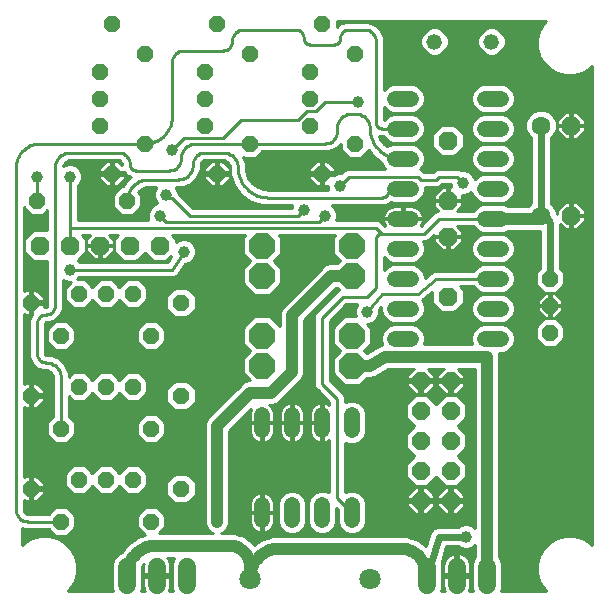
<source format=gbl>
G75*
G70*
%OFA0B0*%
%FSLAX24Y24*%
%IPPOS*%
%LPD*%
%AMOC8*
5,1,8,0,0,1.08239X$1,22.5*
%
%ADD10C,0.0520*%
%ADD11C,0.0520*%
%ADD12OC8,0.0630*%
%ADD13OC8,0.0520*%
%ADD14C,0.0600*%
%ADD15OC8,0.0600*%
%ADD16C,0.0630*%
%ADD17C,0.0709*%
%ADD18OC8,0.0850*%
%ADD19OC8,0.0560*%
%ADD20C,0.0100*%
%ADD21C,0.0396*%
%ADD22C,0.0400*%
%ADD23C,0.0240*%
D10*
X008601Y003344D02*
X008601Y003864D01*
X009601Y003864D02*
X009601Y003344D01*
X010601Y003344D02*
X010601Y003864D01*
X011601Y003864D02*
X011601Y003344D01*
X011601Y006344D02*
X011601Y006864D01*
X010601Y006864D02*
X010601Y006344D01*
X009601Y006344D02*
X009601Y006864D01*
X008601Y006864D02*
X008601Y006344D01*
X013041Y009404D02*
X013561Y009404D01*
X013561Y010404D02*
X013041Y010404D01*
X013041Y011404D02*
X013561Y011404D01*
X013561Y012404D02*
X013041Y012404D01*
X013041Y013404D02*
X013561Y013404D01*
X013561Y014404D02*
X013041Y014404D01*
X013041Y015404D02*
X013561Y015404D01*
X013561Y016404D02*
X013041Y016404D01*
X013041Y017404D02*
X013561Y017404D01*
X016041Y017404D02*
X016561Y017404D01*
X016561Y016404D02*
X016041Y016404D01*
X016041Y015404D02*
X016561Y015404D01*
X016561Y014404D02*
X016041Y014404D01*
X016041Y013404D02*
X016561Y013404D01*
X016561Y012404D02*
X016041Y012404D01*
X016041Y011404D02*
X016561Y011404D01*
X016561Y010404D02*
X016041Y010404D01*
X016041Y009404D02*
X016561Y009404D01*
D11*
X016251Y019304D03*
X014351Y019304D03*
D12*
X014801Y016004D03*
X014801Y014004D03*
X014801Y012804D03*
X014801Y010804D03*
X018901Y013504D03*
X018901Y016504D03*
X005201Y012504D03*
X004201Y012504D03*
X003201Y012504D03*
X002201Y012504D03*
X001201Y012504D03*
D13*
X001101Y014004D03*
X003201Y016504D03*
X003201Y017404D03*
X003201Y018304D03*
X004701Y018904D03*
X006701Y018304D03*
X006701Y017404D03*
X006701Y016504D03*
X008201Y015904D03*
X010201Y016504D03*
X010201Y017404D03*
X010201Y018304D03*
X011701Y018904D03*
X011701Y015904D03*
X008201Y018904D03*
X004701Y015904D03*
X004101Y014004D03*
X004301Y010904D03*
X003401Y010904D03*
X002501Y010904D03*
X001901Y009504D03*
X002501Y007804D03*
X003401Y007804D03*
X004301Y007804D03*
X004901Y006404D03*
X004301Y004704D03*
X003401Y004704D03*
X002501Y004704D03*
X001901Y003304D03*
X004901Y003304D03*
X001901Y006404D03*
X004901Y009504D03*
X018201Y009604D03*
X018201Y010504D03*
X018201Y011404D03*
D14*
X016101Y001804D02*
X016101Y001204D01*
X015101Y001204D02*
X015101Y001804D01*
X014101Y001804D02*
X014101Y001204D01*
X006101Y001204D02*
X006101Y001804D01*
X005101Y001804D02*
X005101Y001204D01*
X004101Y001204D02*
X004101Y001804D01*
D15*
X013901Y004004D03*
X014901Y004004D03*
X014901Y005004D03*
X014901Y006004D03*
X014901Y007004D03*
X014901Y008004D03*
X013901Y008004D03*
X013901Y007004D03*
X013901Y006004D03*
X013901Y005004D03*
D16*
X017901Y013504D03*
X017901Y016504D03*
D17*
X012201Y001404D03*
X008201Y001404D03*
D18*
X008601Y008504D03*
X008601Y009504D03*
X008601Y011504D03*
X008601Y012504D03*
X011601Y012504D03*
X011601Y011504D03*
X011601Y009504D03*
X011601Y008504D03*
D19*
X005901Y007504D03*
X005901Y010604D03*
X007101Y014904D03*
X010601Y014904D03*
X010601Y019904D03*
X007101Y019904D03*
X003601Y019904D03*
X003601Y014904D03*
X000901Y010604D03*
X000901Y007504D03*
X000901Y004404D03*
X005901Y004404D03*
D20*
X002215Y001091D02*
X002128Y001004D01*
X003632Y001004D01*
X003591Y001102D01*
X003591Y001905D01*
X003668Y002093D01*
X003812Y002236D01*
X003924Y002283D01*
X004091Y002513D01*
X004091Y002513D01*
X004091Y002513D01*
X004453Y002776D01*
X004453Y002776D01*
X004688Y002852D01*
X004431Y003109D01*
X004431Y003499D01*
X004706Y003774D01*
X005095Y003774D01*
X005371Y003499D01*
X005371Y003109D01*
X005175Y002914D01*
X005182Y002914D01*
X006971Y002914D01*
X006869Y002956D01*
X006753Y003072D01*
X006691Y003222D01*
X006691Y006585D01*
X006753Y006736D01*
X006869Y006851D01*
X006869Y006851D01*
X007853Y007836D01*
X007853Y007836D01*
X007969Y007951D01*
X008119Y008014D01*
X008193Y008014D01*
X007966Y008241D01*
X007966Y008767D01*
X008203Y009004D01*
X007966Y009241D01*
X007966Y009767D01*
X005302Y009767D01*
X005371Y009699D02*
X005095Y009974D01*
X004706Y009974D01*
X004431Y009699D01*
X004431Y009309D01*
X004706Y009034D01*
X005095Y009034D01*
X005371Y009309D01*
X005371Y009699D01*
X005371Y009668D02*
X007966Y009668D01*
X007966Y009570D02*
X005371Y009570D01*
X005371Y009471D02*
X007966Y009471D01*
X007966Y009373D02*
X005371Y009373D01*
X005336Y009274D02*
X007966Y009274D01*
X008031Y009176D02*
X005237Y009176D01*
X005139Y009077D02*
X008129Y009077D01*
X008178Y008979D02*
X001361Y008979D01*
X001361Y008904D02*
X001361Y009904D01*
X001362Y009912D01*
X001367Y009926D01*
X001379Y009937D01*
X001393Y009943D01*
X001401Y009944D01*
X001411Y009944D01*
X001452Y009944D01*
X001453Y009944D01*
X001512Y009944D01*
X001512Y009944D01*
X001718Y010029D01*
X001875Y010187D01*
X001961Y010393D01*
X001961Y010452D01*
X001961Y011367D01*
X001970Y011358D01*
X002120Y011296D01*
X002228Y011296D01*
X002031Y011099D01*
X002031Y010709D01*
X002306Y010434D01*
X002695Y010434D01*
X002951Y010689D01*
X003206Y010434D01*
X003595Y010434D01*
X003851Y010689D01*
X004106Y010434D01*
X004495Y010434D01*
X004771Y010709D01*
X004771Y011099D01*
X004495Y011374D01*
X004106Y011374D01*
X003851Y011119D01*
X003595Y011374D01*
X003206Y011374D01*
X002951Y011119D01*
X002695Y011374D01*
X002448Y011374D01*
X002518Y011444D01*
X005575Y011444D01*
X005601Y011439D01*
X005626Y011444D01*
X005652Y011444D01*
X005677Y011454D01*
X005702Y011459D01*
X005724Y011474D01*
X005748Y011484D01*
X005767Y011502D01*
X005788Y011517D01*
X005803Y011538D01*
X005821Y011557D01*
X005831Y011581D01*
X006041Y011896D01*
X006082Y011896D01*
X006232Y011958D01*
X006347Y012073D01*
X006409Y012223D01*
X006409Y012385D01*
X006347Y012535D01*
X006232Y012650D01*
X006082Y012712D01*
X005920Y012712D01*
X005770Y012650D01*
X005726Y012606D01*
X005726Y012721D01*
X005603Y012844D01*
X008043Y012844D01*
X007966Y012767D01*
X007966Y012241D01*
X008203Y012004D01*
X007966Y011767D01*
X007966Y011241D01*
X008338Y010869D01*
X008864Y010869D01*
X009236Y011241D01*
X009236Y011767D01*
X008999Y012004D01*
X009236Y012241D01*
X009236Y012767D01*
X009159Y012844D01*
X011043Y012844D01*
X010966Y012767D01*
X010966Y012241D01*
X011203Y012004D01*
X011113Y011914D01*
X010819Y011914D01*
X010669Y011851D01*
X010553Y011736D01*
X009253Y010436D01*
X009191Y010285D01*
X009191Y010122D01*
X009191Y009812D01*
X008864Y010139D01*
X008338Y010139D01*
X007966Y009767D01*
X008064Y009866D02*
X005204Y009866D01*
X005105Y009964D02*
X008163Y009964D01*
X008261Y010063D02*
X001751Y010063D01*
X001718Y010029D02*
X001718Y010029D01*
X001706Y009974D02*
X001431Y009699D01*
X001431Y009309D01*
X001706Y009034D01*
X002095Y009034D01*
X002371Y009309D01*
X002371Y009699D01*
X002095Y009974D01*
X001706Y009974D01*
X001696Y009964D02*
X001561Y009964D01*
X001598Y009866D02*
X001361Y009866D01*
X001101Y009904D02*
X001103Y009938D01*
X001109Y009971D01*
X001118Y010003D01*
X001131Y010034D01*
X001147Y010064D01*
X001166Y010091D01*
X001189Y010116D01*
X001214Y010139D01*
X001241Y010158D01*
X001271Y010174D01*
X001302Y010187D01*
X001334Y010196D01*
X001367Y010202D01*
X001401Y010204D01*
X001401Y010464D02*
X001349Y010464D01*
X001349Y010464D01*
X001331Y010464D01*
X001331Y010564D01*
X000941Y010564D01*
X000941Y010644D01*
X001331Y010644D01*
X001331Y010782D01*
X001079Y011034D01*
X000941Y011034D01*
X000941Y010644D01*
X000861Y010644D01*
X000861Y011034D01*
X000723Y011034D01*
X000661Y010972D01*
X000661Y013779D01*
X000906Y013534D01*
X001295Y013534D01*
X001441Y013679D01*
X001441Y013006D01*
X001418Y013029D01*
X000983Y013029D01*
X000676Y012721D01*
X000676Y012286D01*
X000983Y011979D01*
X001418Y011979D01*
X001441Y012002D01*
X001441Y010504D01*
X001440Y010496D01*
X001434Y010482D01*
X001423Y010471D01*
X001409Y010465D01*
X001401Y010464D01*
X001434Y010482D02*
X001434Y010482D01*
X001701Y010504D02*
X001699Y010470D01*
X001693Y010437D01*
X001684Y010405D01*
X001671Y010374D01*
X001655Y010344D01*
X001636Y010317D01*
X001613Y010292D01*
X001588Y010269D01*
X001561Y010250D01*
X001531Y010234D01*
X001500Y010221D01*
X001468Y010212D01*
X001435Y010206D01*
X001401Y010204D01*
X001401Y009944D02*
X001401Y009944D01*
X001361Y009767D02*
X001499Y009767D01*
X001431Y009668D02*
X001361Y009668D01*
X001361Y009570D02*
X001431Y009570D01*
X001431Y009471D02*
X001361Y009471D01*
X001361Y009373D02*
X001431Y009373D01*
X001466Y009274D02*
X001361Y009274D01*
X001361Y009176D02*
X001564Y009176D01*
X001663Y009077D02*
X001361Y009077D01*
X001361Y008904D02*
X001362Y008896D01*
X001367Y008882D01*
X001379Y008871D01*
X001393Y008865D01*
X001401Y008864D01*
X001401Y008864D01*
X001552Y008864D01*
X001552Y008864D01*
X001831Y008748D01*
X001831Y008748D01*
X002045Y008534D01*
X002045Y008534D01*
X002161Y008255D01*
X002161Y008255D01*
X002161Y008156D01*
X002161Y008129D01*
X002306Y008274D01*
X002695Y008274D01*
X002951Y008019D01*
X003206Y008274D01*
X003595Y008274D01*
X003851Y008019D01*
X004106Y008274D01*
X004495Y008274D01*
X004771Y007999D01*
X004771Y007609D01*
X004495Y007334D01*
X004106Y007334D01*
X003851Y007589D01*
X003595Y007334D01*
X003206Y007334D01*
X002951Y007589D01*
X002695Y007334D01*
X002306Y007334D01*
X002161Y007479D01*
X002161Y006809D01*
X002371Y006599D01*
X002371Y006209D01*
X002095Y005934D01*
X001706Y005934D01*
X001431Y006209D01*
X001431Y006599D01*
X001641Y006809D01*
X001641Y008104D01*
X001636Y008151D01*
X001600Y008237D01*
X001534Y008303D01*
X001448Y008339D01*
X001401Y008344D01*
X001349Y008344D01*
X001349Y008344D01*
X001289Y008344D01*
X001289Y008344D01*
X001084Y008429D01*
X001084Y008429D01*
X000926Y008587D01*
X000926Y008587D01*
X000841Y008793D01*
X000841Y008793D01*
X000841Y008852D01*
X000841Y008852D01*
X000841Y009956D01*
X000841Y009956D01*
X000841Y010015D01*
X000841Y010015D01*
X000926Y010221D01*
X000926Y010221D01*
X000941Y010236D01*
X000941Y010564D01*
X000861Y010564D01*
X000861Y010174D01*
X000723Y010174D01*
X000661Y010236D01*
X000661Y007872D01*
X000723Y007934D01*
X000861Y007934D01*
X000861Y007544D01*
X000941Y007544D01*
X001331Y007544D01*
X001331Y007682D01*
X001079Y007934D01*
X000941Y007934D01*
X000941Y007544D01*
X000941Y007464D01*
X001331Y007464D01*
X001331Y007326D01*
X001079Y007074D01*
X000941Y007074D01*
X000941Y007464D01*
X000861Y007464D01*
X000861Y007074D01*
X000723Y007074D01*
X000661Y007136D01*
X000661Y004772D01*
X000723Y004834D01*
X000861Y004834D01*
X000861Y004444D01*
X000941Y004444D01*
X001331Y004444D01*
X001331Y004582D01*
X001079Y004834D01*
X000941Y004834D01*
X000941Y004444D01*
X000941Y004364D01*
X001331Y004364D01*
X001331Y004226D01*
X001079Y003974D01*
X000941Y003974D01*
X000941Y004364D01*
X000861Y004364D01*
X000861Y003974D01*
X000723Y003974D01*
X000661Y004036D01*
X000661Y003756D01*
X001688Y003756D01*
X001706Y003774D02*
X001496Y003564D01*
X000801Y003564D01*
X000773Y003567D01*
X000723Y003587D01*
X000684Y003626D01*
X000663Y003677D01*
X000661Y003704D01*
X000661Y003745D01*
X000661Y003756D01*
X000661Y003854D02*
X006691Y003854D01*
X006691Y003756D02*
X005113Y003756D01*
X005212Y003657D02*
X006691Y003657D01*
X006691Y003559D02*
X005311Y003559D01*
X005371Y003460D02*
X006691Y003460D01*
X006691Y003362D02*
X005371Y003362D01*
X005371Y003263D02*
X006691Y003263D01*
X006715Y003165D02*
X005371Y003165D01*
X005328Y003066D02*
X006759Y003066D01*
X006857Y002968D02*
X005229Y002968D01*
X004671Y002869D02*
X002130Y002869D01*
X002095Y002834D02*
X002371Y003109D01*
X002371Y003499D01*
X002095Y003774D01*
X001706Y003774D01*
X001590Y003657D02*
X000671Y003657D01*
X000401Y003704D02*
X000403Y003665D01*
X000409Y003626D01*
X000418Y003588D01*
X000431Y003551D01*
X000448Y003515D01*
X000468Y003482D01*
X000492Y003450D01*
X000518Y003421D01*
X000547Y003395D01*
X000579Y003371D01*
X000612Y003351D01*
X000648Y003334D01*
X000685Y003321D01*
X000723Y003312D01*
X000762Y003306D01*
X000801Y003304D01*
X001901Y003304D01*
X002212Y003657D02*
X004590Y003657D01*
X004688Y003756D02*
X002113Y003756D01*
X002311Y003559D02*
X004491Y003559D01*
X004431Y003460D02*
X002371Y003460D01*
X002371Y003362D02*
X004431Y003362D01*
X004431Y003263D02*
X002371Y003263D01*
X002371Y003165D02*
X004431Y003165D01*
X004474Y003066D02*
X002328Y003066D01*
X002229Y002968D02*
X004573Y002968D01*
X004445Y002770D02*
X001730Y002770D01*
X001768Y002760D02*
X001493Y002834D01*
X001209Y002834D01*
X000934Y002760D01*
X000688Y002618D01*
X000601Y002531D01*
X000601Y003072D01*
X000669Y003044D01*
X000670Y003044D01*
X000749Y003044D01*
X001496Y003044D01*
X001706Y002834D01*
X002095Y002834D01*
X002014Y002618D02*
X001768Y002760D01*
X001671Y002869D02*
X000601Y002869D01*
X000601Y002968D02*
X001573Y002968D01*
X001921Y002672D02*
X004310Y002672D01*
X004174Y002573D02*
X002059Y002573D01*
X002014Y002618D02*
X002215Y002417D01*
X002357Y002171D01*
X002431Y001896D01*
X002431Y001612D01*
X002357Y001337D01*
X002215Y001091D01*
X002217Y001095D02*
X003594Y001095D01*
X003591Y001194D02*
X002274Y001194D01*
X002331Y001292D02*
X003591Y001292D01*
X003591Y001391D02*
X002371Y001391D01*
X002398Y001489D02*
X003591Y001489D01*
X003591Y001588D02*
X002424Y001588D01*
X002431Y001686D02*
X003591Y001686D01*
X003591Y001785D02*
X002431Y001785D01*
X002431Y001884D02*
X003591Y001884D01*
X003623Y001982D02*
X002408Y001982D01*
X002381Y002081D02*
X003663Y002081D01*
X003755Y002179D02*
X002352Y002179D01*
X002295Y002278D02*
X003912Y002278D01*
X003992Y002376D02*
X002238Y002376D01*
X002157Y002475D02*
X004063Y002475D01*
X004658Y001886D02*
X004651Y001839D01*
X004651Y001554D01*
X005051Y001554D01*
X005051Y001454D01*
X004651Y001454D01*
X004651Y001169D01*
X004662Y001099D01*
X004684Y001031D01*
X004698Y001004D01*
X004570Y001004D01*
X004611Y001102D01*
X004611Y001821D01*
X004658Y001886D01*
X004656Y001884D02*
X004658Y001884D01*
X004651Y001785D02*
X004611Y001785D01*
X004611Y001686D02*
X004651Y001686D01*
X004651Y001588D02*
X004611Y001588D01*
X004611Y001489D02*
X005051Y001489D01*
X005151Y001489D02*
X005591Y001489D01*
X005551Y001454D02*
X005151Y001454D01*
X005151Y001554D01*
X005551Y001554D01*
X005551Y001839D01*
X005540Y001909D01*
X005518Y001977D01*
X005486Y002040D01*
X005446Y002094D01*
X005670Y002094D01*
X005668Y002093D01*
X005591Y001905D01*
X005591Y001102D01*
X005632Y001004D01*
X005504Y001004D01*
X005518Y001031D01*
X005540Y001099D01*
X005551Y001169D01*
X005551Y001454D01*
X005551Y001391D02*
X005591Y001391D01*
X005591Y001292D02*
X005551Y001292D01*
X005551Y001194D02*
X005591Y001194D01*
X005594Y001095D02*
X005539Y001095D01*
X005551Y001588D02*
X005591Y001588D01*
X005591Y001686D02*
X005551Y001686D01*
X005551Y001785D02*
X005591Y001785D01*
X005591Y001884D02*
X005544Y001884D01*
X005515Y001982D02*
X005623Y001982D01*
X005663Y002081D02*
X005456Y002081D01*
X004651Y001391D02*
X004611Y001391D01*
X004611Y001292D02*
X004651Y001292D01*
X004651Y001194D02*
X004611Y001194D01*
X004608Y001095D02*
X004663Y001095D01*
X007230Y002914D02*
X007333Y002956D01*
X007448Y003072D01*
X007511Y003222D01*
X007511Y006334D01*
X008245Y007068D01*
X008221Y007021D01*
X008201Y006960D01*
X008191Y006896D01*
X008191Y006634D01*
X008571Y006634D01*
X008571Y006574D01*
X008631Y006574D01*
X008631Y006634D01*
X009011Y006634D01*
X009011Y006896D01*
X009001Y006960D01*
X008981Y007021D01*
X008951Y007079D01*
X008914Y007131D01*
X008868Y007177D01*
X008844Y007194D01*
X008982Y007194D01*
X009133Y007256D01*
X009833Y007956D01*
X009948Y008072D01*
X010011Y008222D01*
X010011Y010034D01*
X011071Y011094D01*
X011113Y011094D01*
X011174Y011033D01*
X011154Y011024D01*
X011080Y010951D01*
X010380Y010251D01*
X010341Y010156D01*
X010341Y010052D01*
X010341Y007852D01*
X010380Y007757D01*
X010454Y007684D01*
X010841Y007296D01*
X010841Y007196D01*
X010816Y007215D01*
X010758Y007244D01*
X010697Y007264D01*
X010633Y007274D01*
X010631Y007274D01*
X010631Y006634D01*
X010571Y006634D01*
X010571Y007274D01*
X010568Y007274D01*
X010505Y007264D01*
X010443Y007244D01*
X010386Y007215D01*
X010334Y007177D01*
X010288Y007131D01*
X010250Y007079D01*
X010221Y007021D01*
X010201Y006960D01*
X010191Y006896D01*
X010191Y006634D01*
X010571Y006634D01*
X010571Y006574D01*
X010631Y006574D01*
X010631Y005934D01*
X010633Y005934D01*
X010697Y005944D01*
X010758Y005964D01*
X010816Y005993D01*
X010841Y006012D01*
X010841Y004273D01*
X010694Y004334D01*
X010507Y004334D01*
X010335Y004262D01*
X010202Y004130D01*
X010131Y003957D01*
X010131Y003250D01*
X010202Y003078D01*
X010335Y002945D01*
X010507Y002874D01*
X010694Y002874D01*
X010867Y002945D01*
X010999Y003078D01*
X011071Y003250D01*
X011071Y003766D01*
X011131Y003706D01*
X011131Y003250D01*
X011202Y003078D01*
X011335Y002945D01*
X011507Y002874D01*
X011694Y002874D01*
X011867Y002945D01*
X011999Y003078D01*
X012071Y003250D01*
X012071Y003957D01*
X011999Y004130D01*
X011867Y004262D01*
X011694Y004334D01*
X011507Y004334D01*
X011361Y004273D01*
X011361Y005935D01*
X011507Y005874D01*
X011694Y005874D01*
X011867Y005945D01*
X011999Y006078D01*
X012071Y006250D01*
X012071Y006957D01*
X011999Y007130D01*
X011867Y007262D01*
X011694Y007334D01*
X011507Y007334D01*
X011361Y007273D01*
X011361Y007352D01*
X011361Y007456D01*
X011321Y007551D01*
X010861Y008012D01*
X010861Y009996D01*
X011408Y010544D01*
X011764Y010544D01*
X011755Y010535D01*
X011693Y010385D01*
X011693Y010223D01*
X011727Y010139D01*
X011338Y010139D01*
X010966Y009767D01*
X010861Y009767D01*
X010861Y009866D02*
X011064Y009866D01*
X011163Y009964D02*
X010861Y009964D01*
X010927Y010063D02*
X011261Y010063D01*
X011124Y010260D02*
X011693Y010260D01*
X011693Y010358D02*
X011223Y010358D01*
X011321Y010457D02*
X011722Y010457D01*
X011718Y010161D02*
X011026Y010161D01*
X010966Y009767D02*
X010966Y009241D01*
X011203Y009004D01*
X010966Y008767D01*
X010966Y008241D01*
X011338Y007869D01*
X011864Y007869D01*
X012089Y008094D01*
X012150Y008094D01*
X012180Y008086D01*
X012231Y008094D01*
X012282Y008094D01*
X012311Y008106D01*
X012342Y008110D01*
X012386Y008137D01*
X012433Y008156D01*
X012455Y008178D01*
X012814Y008394D01*
X013654Y008394D01*
X013451Y008190D01*
X012475Y008190D01*
X012639Y008289D02*
X013549Y008289D01*
X013451Y008190D02*
X013451Y008054D01*
X013851Y008054D01*
X013851Y007954D01*
X013951Y007954D01*
X013951Y008054D01*
X014351Y008054D01*
X014351Y008190D01*
X014451Y008190D01*
X014451Y008054D01*
X014851Y008054D01*
X014851Y007954D01*
X014951Y007954D01*
X014951Y008054D01*
X015351Y008054D01*
X015351Y008190D01*
X015691Y008190D01*
X015691Y008092D02*
X015351Y008092D01*
X015351Y008190D02*
X015147Y008394D01*
X015691Y008394D01*
X015691Y003091D01*
X015632Y003150D01*
X015482Y003212D01*
X015320Y003212D01*
X015170Y003150D01*
X015154Y003134D01*
X014550Y003134D01*
X014535Y003139D01*
X014485Y003134D01*
X014435Y003134D01*
X014420Y003128D01*
X014404Y003126D01*
X014360Y003103D01*
X014314Y003084D01*
X014303Y003072D01*
X014288Y003065D01*
X014256Y003026D01*
X014221Y002991D01*
X014215Y002976D01*
X014205Y002964D01*
X014190Y002916D01*
X014171Y002870D01*
X014171Y002854D01*
X014061Y002498D01*
X013803Y002686D01*
X013408Y002814D01*
X013282Y002814D01*
X009282Y002814D01*
X009257Y002814D01*
X009119Y002814D01*
X008977Y002814D01*
X008553Y002676D01*
X008553Y002676D01*
X008348Y002527D01*
X008295Y002599D01*
X008011Y002805D01*
X007677Y002914D01*
X007677Y002914D01*
X007582Y002914D01*
X007230Y002914D01*
X007344Y002968D02*
X008436Y002968D01*
X008443Y002964D02*
X008505Y002944D01*
X008568Y002934D01*
X008571Y002934D01*
X008571Y003574D01*
X008631Y003574D01*
X008631Y003634D01*
X009011Y003634D01*
X009011Y003896D01*
X009001Y003960D01*
X008981Y004021D01*
X008951Y004079D01*
X008914Y004131D01*
X008868Y004177D01*
X008816Y004215D01*
X008758Y004244D01*
X008697Y004264D01*
X008633Y004274D01*
X008631Y004274D01*
X008631Y003634D01*
X008571Y003634D01*
X008571Y004274D01*
X008568Y004274D01*
X008505Y004264D01*
X008443Y004244D01*
X008386Y004215D01*
X008334Y004177D01*
X008288Y004131D01*
X008250Y004079D01*
X008221Y004021D01*
X008201Y003960D01*
X008191Y003896D01*
X008191Y003634D01*
X008571Y003634D01*
X008571Y003574D01*
X008191Y003574D01*
X008191Y003312D01*
X008201Y003248D01*
X008221Y003187D01*
X008250Y003129D01*
X008288Y003077D01*
X008334Y003031D01*
X008386Y002993D01*
X008443Y002964D01*
X008571Y002968D02*
X008631Y002968D01*
X008631Y002934D02*
X008633Y002934D01*
X008697Y002944D01*
X008758Y002964D01*
X008816Y002993D01*
X008868Y003031D01*
X008914Y003077D01*
X008951Y003129D01*
X008981Y003187D01*
X009001Y003248D01*
X009011Y003312D01*
X009011Y003574D01*
X008631Y003574D01*
X008631Y002934D01*
X008631Y003066D02*
X008571Y003066D01*
X008571Y003165D02*
X008631Y003165D01*
X008631Y003263D02*
X008571Y003263D01*
X008571Y003362D02*
X008631Y003362D01*
X008631Y003460D02*
X008571Y003460D01*
X008571Y003559D02*
X008631Y003559D01*
X008631Y003657D02*
X008571Y003657D01*
X008571Y003756D02*
X008631Y003756D01*
X008631Y003854D02*
X008571Y003854D01*
X008571Y003953D02*
X008631Y003953D01*
X008631Y004051D02*
X008571Y004051D01*
X008571Y004150D02*
X008631Y004150D01*
X008631Y004249D02*
X008571Y004249D01*
X008458Y004249D02*
X007511Y004249D01*
X007511Y004347D02*
X010841Y004347D01*
X010841Y004446D02*
X007511Y004446D01*
X007511Y004544D02*
X010841Y004544D01*
X010841Y004643D02*
X007511Y004643D01*
X007511Y004741D02*
X010841Y004741D01*
X010841Y004840D02*
X007511Y004840D01*
X007511Y004938D02*
X010841Y004938D01*
X010841Y005037D02*
X007511Y005037D01*
X007511Y005135D02*
X010841Y005135D01*
X010841Y005234D02*
X007511Y005234D01*
X007511Y005333D02*
X010841Y005333D01*
X010841Y005431D02*
X007511Y005431D01*
X007511Y005530D02*
X010841Y005530D01*
X010841Y005628D02*
X007511Y005628D01*
X007511Y005727D02*
X010841Y005727D01*
X010841Y005825D02*
X007511Y005825D01*
X007511Y005924D02*
X010841Y005924D01*
X010631Y006022D02*
X010571Y006022D01*
X010568Y005934D02*
X010505Y005944D01*
X010443Y005964D01*
X010386Y005993D01*
X010334Y006031D01*
X010288Y006077D01*
X010250Y006129D01*
X010221Y006187D01*
X010201Y006248D01*
X010191Y006312D01*
X010191Y006574D01*
X010571Y006574D01*
X010571Y005934D01*
X010568Y005934D01*
X010571Y006121D02*
X010631Y006121D01*
X010631Y006219D02*
X010571Y006219D01*
X010571Y006318D02*
X010631Y006318D01*
X010631Y006417D02*
X010571Y006417D01*
X010571Y006515D02*
X010631Y006515D01*
X010571Y006614D02*
X009631Y006614D01*
X009631Y006634D02*
X010011Y006634D01*
X010011Y006896D01*
X010001Y006960D01*
X009981Y007021D01*
X009951Y007079D01*
X009914Y007131D01*
X009868Y007177D01*
X009816Y007215D01*
X009758Y007244D01*
X009697Y007264D01*
X009633Y007274D01*
X009631Y007274D01*
X009631Y006634D01*
X009631Y006574D01*
X010011Y006574D01*
X010011Y006312D01*
X010001Y006248D01*
X009981Y006187D01*
X009951Y006129D01*
X009914Y006077D01*
X009868Y006031D01*
X009816Y005993D01*
X009758Y005964D01*
X009697Y005944D01*
X009633Y005934D01*
X009631Y005934D01*
X009631Y006574D01*
X009571Y006574D01*
X009571Y005934D01*
X009568Y005934D01*
X009505Y005944D01*
X009443Y005964D01*
X009386Y005993D01*
X009334Y006031D01*
X009288Y006077D01*
X009250Y006129D01*
X009221Y006187D01*
X009201Y006248D01*
X009191Y006312D01*
X009191Y006574D01*
X009571Y006574D01*
X009571Y006634D01*
X009571Y007274D01*
X009568Y007274D01*
X009505Y007264D01*
X009443Y007244D01*
X009386Y007215D01*
X009334Y007177D01*
X009288Y007131D01*
X009250Y007079D01*
X009221Y007021D01*
X009201Y006960D01*
X009191Y006896D01*
X009191Y006634D01*
X009571Y006634D01*
X009631Y006634D01*
X009571Y006614D02*
X008631Y006614D01*
X008631Y006574D02*
X009011Y006574D01*
X009011Y006312D01*
X009001Y006248D01*
X008981Y006187D01*
X008951Y006129D01*
X008914Y006077D01*
X008868Y006031D01*
X008816Y005993D01*
X008758Y005964D01*
X008697Y005944D01*
X008633Y005934D01*
X008631Y005934D01*
X008631Y006574D01*
X008631Y006515D02*
X008571Y006515D01*
X008571Y006574D02*
X008571Y005934D01*
X008568Y005934D01*
X008505Y005944D01*
X008443Y005964D01*
X008386Y005993D01*
X008334Y006031D01*
X008288Y006077D01*
X008250Y006129D01*
X008221Y006187D01*
X008201Y006248D01*
X008191Y006312D01*
X008191Y006574D01*
X008571Y006574D01*
X008571Y006614D02*
X007790Y006614D01*
X007889Y006712D02*
X008191Y006712D01*
X008191Y006811D02*
X007987Y006811D01*
X008086Y006909D02*
X008193Y006909D01*
X008184Y007008D02*
X008216Y007008D01*
X008191Y006515D02*
X007692Y006515D01*
X007593Y006417D02*
X008191Y006417D01*
X008191Y006318D02*
X007511Y006318D01*
X007511Y006219D02*
X008210Y006219D01*
X008256Y006121D02*
X007511Y006121D01*
X007511Y006022D02*
X008346Y006022D01*
X008571Y006022D02*
X008631Y006022D01*
X008631Y006121D02*
X008571Y006121D01*
X008571Y006219D02*
X008631Y006219D01*
X008631Y006318D02*
X008571Y006318D01*
X008571Y006417D02*
X008631Y006417D01*
X009011Y006417D02*
X009191Y006417D01*
X009191Y006515D02*
X009011Y006515D01*
X009011Y006318D02*
X009191Y006318D01*
X009210Y006219D02*
X008991Y006219D01*
X008946Y006121D02*
X009256Y006121D01*
X009346Y006022D02*
X008856Y006022D01*
X009011Y006712D02*
X009191Y006712D01*
X009191Y006811D02*
X009011Y006811D01*
X009009Y006909D02*
X009193Y006909D01*
X009216Y007008D02*
X008985Y007008D01*
X008931Y007106D02*
X009270Y007106D01*
X009373Y007205D02*
X009009Y007205D01*
X009180Y007303D02*
X010834Y007303D01*
X010829Y007205D02*
X010841Y007205D01*
X010631Y007205D02*
X010571Y007205D01*
X010571Y007106D02*
X010631Y007106D01*
X010631Y007008D02*
X010571Y007008D01*
X010571Y006909D02*
X010631Y006909D01*
X010631Y006811D02*
X010571Y006811D01*
X010571Y006712D02*
X010631Y006712D01*
X010191Y006712D02*
X010011Y006712D01*
X010011Y006811D02*
X010191Y006811D01*
X010193Y006909D02*
X010009Y006909D01*
X009985Y007008D02*
X010216Y007008D01*
X010270Y007106D02*
X009931Y007106D01*
X009829Y007205D02*
X010373Y007205D01*
X010636Y007501D02*
X009377Y007501D01*
X009476Y007599D02*
X010538Y007599D01*
X010439Y007698D02*
X009574Y007698D01*
X009673Y007796D02*
X010364Y007796D01*
X010341Y007895D02*
X009771Y007895D01*
X009833Y007956D02*
X009833Y007956D01*
X009870Y007993D02*
X010341Y007993D01*
X010341Y008092D02*
X009957Y008092D01*
X009997Y008190D02*
X010341Y008190D01*
X010341Y008289D02*
X010011Y008289D01*
X010011Y008387D02*
X010341Y008387D01*
X010341Y008486D02*
X010011Y008486D01*
X010011Y008584D02*
X010341Y008584D01*
X010341Y008683D02*
X010011Y008683D01*
X010011Y008782D02*
X010341Y008782D01*
X010341Y008880D02*
X010011Y008880D01*
X010011Y008979D02*
X010341Y008979D01*
X010341Y009077D02*
X010011Y009077D01*
X010011Y009176D02*
X010341Y009176D01*
X010341Y009274D02*
X010011Y009274D01*
X010011Y009373D02*
X010341Y009373D01*
X010341Y009471D02*
X010011Y009471D01*
X010011Y009570D02*
X010341Y009570D01*
X010341Y009668D02*
X010011Y009668D01*
X010011Y009767D02*
X010341Y009767D01*
X010341Y009866D02*
X010011Y009866D01*
X010011Y009964D02*
X010341Y009964D01*
X010341Y010063D02*
X010039Y010063D01*
X010138Y010161D02*
X010343Y010161D01*
X010389Y010260D02*
X010236Y010260D01*
X010335Y010358D02*
X010487Y010358D01*
X010433Y010457D02*
X010586Y010457D01*
X010532Y010555D02*
X010685Y010555D01*
X010631Y010654D02*
X010783Y010654D01*
X010729Y010752D02*
X010882Y010752D01*
X010828Y010851D02*
X010980Y010851D01*
X010926Y010950D02*
X011079Y010950D01*
X011025Y011048D02*
X011159Y011048D01*
X011301Y010804D02*
X012101Y010804D01*
X012401Y011104D01*
X012401Y012804D01*
X012501Y012904D01*
X012601Y012904D01*
X014001Y012904D01*
X014501Y013404D01*
X016301Y013404D01*
X016654Y013874D02*
X015947Y013874D01*
X015775Y013802D01*
X015642Y013670D01*
X015640Y013664D01*
X015118Y013664D01*
X015266Y013811D01*
X015266Y013974D01*
X014831Y013974D01*
X014831Y014034D01*
X015266Y014034D01*
X015266Y014196D01*
X015382Y014196D01*
X015532Y014258D01*
X015575Y014301D01*
X015642Y014138D01*
X015775Y014005D01*
X015947Y013934D01*
X016654Y013934D01*
X016827Y014005D01*
X016959Y014138D01*
X017031Y014310D01*
X017031Y014497D01*
X017571Y014497D01*
X017571Y014399D02*
X017031Y014399D01*
X017031Y014497D02*
X016959Y014670D01*
X016827Y014802D01*
X016654Y014874D01*
X015947Y014874D01*
X015775Y014802D01*
X015694Y014722D01*
X015647Y014835D01*
X015532Y014950D01*
X015382Y015012D01*
X015260Y015012D01*
X015248Y015024D01*
X015152Y015064D01*
X015049Y015064D01*
X014449Y015064D01*
X014354Y015024D01*
X014293Y014964D01*
X014008Y014964D01*
X013948Y015024D01*
X013876Y015054D01*
X013959Y015138D01*
X014031Y015310D01*
X014031Y015497D01*
X013959Y015670D01*
X013827Y015802D01*
X013654Y015874D01*
X012947Y015874D01*
X012781Y015805D01*
X012677Y015881D01*
X012541Y016068D01*
X012517Y016144D01*
X012549Y016144D01*
X012640Y016144D01*
X012642Y016138D01*
X012775Y016005D01*
X012947Y015934D01*
X013654Y015934D01*
X013827Y016005D01*
X013959Y016138D01*
X014031Y016310D01*
X014031Y016497D01*
X013959Y016670D01*
X013827Y016802D01*
X013654Y016874D01*
X012947Y016874D01*
X012775Y016802D01*
X012661Y016689D01*
X012661Y017119D01*
X012775Y017005D01*
X012947Y016934D01*
X013654Y016934D01*
X013827Y017005D01*
X013959Y017138D01*
X014031Y017310D01*
X014031Y017497D01*
X013959Y017670D01*
X013827Y017802D01*
X013654Y017874D01*
X012947Y017874D01*
X012775Y017802D01*
X012661Y017689D01*
X012661Y019252D01*
X012661Y019304D01*
X012661Y019435D01*
X012560Y019678D01*
X012375Y019863D01*
X012375Y019863D01*
X012132Y019964D01*
X012052Y019964D01*
X011449Y019964D01*
X011449Y019964D01*
X011389Y019964D01*
X011184Y019879D01*
X011091Y019786D01*
X011091Y020004D01*
X018074Y020004D01*
X017987Y019917D01*
X012245Y019917D01*
X012132Y019964D02*
X012132Y019964D01*
X012001Y019704D02*
X011501Y019704D01*
X011389Y019964D02*
X011389Y019964D01*
X011276Y019917D02*
X011091Y019917D01*
X011091Y019818D02*
X011123Y019818D01*
X011184Y019879D02*
X011184Y019879D01*
X011201Y019404D02*
X011199Y019378D01*
X011194Y019352D01*
X011186Y019327D01*
X011174Y019304D01*
X011160Y019282D01*
X011142Y019263D01*
X011123Y019245D01*
X011101Y019231D01*
X011078Y019219D01*
X011053Y019211D01*
X011027Y019206D01*
X011001Y019204D01*
X010201Y019204D01*
X010175Y019206D01*
X010149Y019211D01*
X010124Y019219D01*
X010101Y019231D01*
X010079Y019245D01*
X010060Y019263D01*
X010042Y019282D01*
X010028Y019304D01*
X010016Y019327D01*
X010008Y019352D01*
X010003Y019378D01*
X010001Y019404D01*
X009999Y019438D01*
X009993Y019471D01*
X009984Y019503D01*
X009971Y019534D01*
X009955Y019564D01*
X009936Y019591D01*
X009913Y019616D01*
X009888Y019639D01*
X009861Y019658D01*
X009831Y019674D01*
X009800Y019687D01*
X009768Y019696D01*
X009735Y019702D01*
X009701Y019704D01*
X008001Y019704D01*
X007962Y019702D01*
X007923Y019696D01*
X007885Y019687D01*
X007848Y019674D01*
X007812Y019657D01*
X007779Y019637D01*
X007747Y019613D01*
X007718Y019587D01*
X007692Y019558D01*
X007668Y019526D01*
X007648Y019493D01*
X007631Y019457D01*
X007618Y019420D01*
X007609Y019382D01*
X007603Y019343D01*
X007601Y019304D01*
X007599Y019270D01*
X007593Y019237D01*
X007584Y019205D01*
X007571Y019174D01*
X007555Y019144D01*
X007536Y019117D01*
X007513Y019092D01*
X007488Y019069D01*
X007461Y019050D01*
X007431Y019034D01*
X007400Y019021D01*
X007368Y019012D01*
X007335Y019006D01*
X007301Y019004D01*
X006001Y019004D01*
X005962Y019002D01*
X005923Y018996D01*
X005885Y018987D01*
X005848Y018974D01*
X005812Y018957D01*
X005779Y018937D01*
X005747Y018913D01*
X005718Y018887D01*
X005692Y018858D01*
X005668Y018826D01*
X005648Y018793D01*
X005631Y018757D01*
X005618Y018720D01*
X005609Y018682D01*
X005603Y018643D01*
X005601Y018604D01*
X005601Y016804D01*
X006001Y016104D02*
X007301Y016104D01*
X007901Y016704D01*
X009801Y016704D01*
X010101Y017004D01*
X010401Y017004D01*
X010701Y017304D01*
X011801Y017304D01*
X011701Y016904D02*
X011601Y016904D01*
X011557Y016902D01*
X011514Y016896D01*
X011472Y016887D01*
X011430Y016874D01*
X011390Y016857D01*
X011351Y016837D01*
X011314Y016814D01*
X011280Y016787D01*
X011247Y016758D01*
X011218Y016725D01*
X011191Y016691D01*
X011168Y016654D01*
X011148Y016615D01*
X011131Y016575D01*
X011118Y016533D01*
X011109Y016491D01*
X011103Y016448D01*
X011101Y016404D01*
X011101Y016304D01*
X011099Y016265D01*
X011093Y016226D01*
X011084Y016188D01*
X011071Y016151D01*
X011054Y016115D01*
X011034Y016082D01*
X011010Y016050D01*
X010984Y016021D01*
X010955Y015995D01*
X010923Y015971D01*
X010890Y015951D01*
X010854Y015934D01*
X010817Y015921D01*
X010779Y015912D01*
X010740Y015906D01*
X010701Y015904D01*
X008201Y015904D01*
X006401Y015904D01*
X006701Y015604D02*
X007301Y015604D01*
X007301Y015344D02*
X007249Y015344D01*
X006701Y015344D01*
X006673Y015341D01*
X006623Y015320D01*
X006584Y015282D01*
X006563Y015231D01*
X006561Y015204D01*
X006561Y015152D01*
X006561Y015053D01*
X006561Y015053D01*
X006445Y014773D01*
X006445Y014773D01*
X006445Y014773D01*
X006231Y014560D01*
X006231Y014560D01*
X005952Y014444D01*
X005852Y014444D01*
X005738Y014444D01*
X005747Y014435D01*
X005809Y014285D01*
X005809Y014263D01*
X006308Y013764D01*
X009593Y013764D01*
X009593Y013785D01*
X009617Y013844D01*
X008749Y013844D01*
X008749Y013844D01*
X008601Y013844D01*
X008601Y013844D01*
X008222Y013967D01*
X008222Y013967D01*
X007899Y014202D01*
X007899Y014202D01*
X007899Y014202D01*
X007664Y014525D01*
X007664Y014525D01*
X007541Y014904D01*
X007541Y014904D01*
X007541Y015052D01*
X007541Y015052D01*
X007541Y015094D01*
X007541Y015104D01*
X007541Y015104D01*
X007536Y015151D01*
X007500Y015237D01*
X007434Y015303D01*
X007348Y015339D01*
X007301Y015344D01*
X007279Y015334D02*
X007141Y015334D01*
X007141Y014944D01*
X007531Y014944D01*
X007531Y015082D01*
X007279Y015334D01*
X007327Y015285D02*
X007452Y015285D01*
X007426Y015187D02*
X007521Y015187D01*
X007524Y015088D02*
X007541Y015088D01*
X007531Y014990D02*
X007541Y014990D01*
X007545Y014891D02*
X007141Y014891D01*
X007141Y014864D02*
X007141Y014944D01*
X007061Y014944D01*
X007061Y015334D01*
X006923Y015334D01*
X006671Y015082D01*
X006671Y014944D01*
X007061Y014944D01*
X007061Y014864D01*
X007141Y014864D01*
X007531Y014864D01*
X007531Y014726D01*
X007279Y014474D01*
X007141Y014474D01*
X007141Y014864D01*
X007141Y014793D02*
X007061Y014793D01*
X007061Y014864D02*
X007061Y014474D01*
X006923Y014474D01*
X006671Y014726D01*
X006671Y014864D01*
X007061Y014864D01*
X007061Y014891D02*
X006494Y014891D01*
X006453Y014793D02*
X006671Y014793D01*
X006702Y014694D02*
X006366Y014694D01*
X006267Y014596D02*
X006801Y014596D01*
X006900Y014497D02*
X006080Y014497D01*
X005762Y014399D02*
X007756Y014399D01*
X007684Y014497D02*
X007302Y014497D01*
X007401Y014596D02*
X007641Y014596D01*
X007609Y014694D02*
X007499Y014694D01*
X007531Y014793D02*
X007577Y014793D01*
X007801Y015104D02*
X007799Y015148D01*
X007793Y015191D01*
X007784Y015233D01*
X007771Y015275D01*
X007754Y015315D01*
X007734Y015354D01*
X007711Y015391D01*
X007684Y015425D01*
X007655Y015458D01*
X007622Y015487D01*
X007588Y015514D01*
X007551Y015537D01*
X007512Y015557D01*
X007472Y015574D01*
X007430Y015587D01*
X007388Y015596D01*
X007345Y015602D01*
X007301Y015604D01*
X007141Y015285D02*
X007061Y015285D01*
X007061Y015187D02*
X007141Y015187D01*
X007141Y015088D02*
X007061Y015088D01*
X007061Y014990D02*
X007141Y014990D01*
X007141Y014694D02*
X007061Y014694D01*
X007061Y014596D02*
X007141Y014596D01*
X007141Y014497D02*
X007061Y014497D01*
X006671Y014990D02*
X006535Y014990D01*
X006561Y015088D02*
X006677Y015088D01*
X006301Y015204D02*
X006303Y015243D01*
X006309Y015282D01*
X006318Y015320D01*
X006331Y015357D01*
X006348Y015393D01*
X006368Y015426D01*
X006392Y015458D01*
X006418Y015487D01*
X006447Y015513D01*
X006479Y015537D01*
X006512Y015557D01*
X006548Y015574D01*
X006585Y015587D01*
X006623Y015596D01*
X006662Y015602D01*
X006701Y015604D01*
X006588Y015285D02*
X006874Y015285D01*
X006776Y015187D02*
X006561Y015187D01*
X005901Y015404D02*
X005903Y015448D01*
X005909Y015491D01*
X005918Y015533D01*
X005931Y015575D01*
X005948Y015615D01*
X005968Y015654D01*
X005991Y015691D01*
X006018Y015725D01*
X006047Y015758D01*
X006080Y015787D01*
X006114Y015814D01*
X006151Y015837D01*
X006190Y015857D01*
X006230Y015874D01*
X006272Y015887D01*
X006314Y015896D01*
X006357Y015902D01*
X006401Y015904D01*
X006001Y016104D02*
X005601Y015704D01*
X005901Y015404D02*
X005899Y015365D01*
X005893Y015326D01*
X005884Y015288D01*
X005871Y015251D01*
X005854Y015215D01*
X005834Y015182D01*
X005810Y015150D01*
X005784Y015121D01*
X005755Y015095D01*
X005723Y015071D01*
X005690Y015051D01*
X005654Y015034D01*
X005617Y015021D01*
X005579Y015012D01*
X005540Y015006D01*
X005501Y015004D01*
X004401Y015004D01*
X004375Y015006D01*
X004349Y015011D01*
X004324Y015019D01*
X004301Y015031D01*
X004279Y015045D01*
X004260Y015063D01*
X004242Y015082D01*
X004228Y015104D01*
X004216Y015127D01*
X004208Y015152D01*
X004203Y015178D01*
X004201Y015204D01*
X003941Y015204D02*
X003941Y015172D01*
X003779Y015334D01*
X003641Y015334D01*
X003641Y014944D01*
X004020Y014944D01*
X004064Y014867D01*
X004227Y014773D01*
X004114Y014691D01*
X003956Y014474D01*
X003906Y014474D01*
X003631Y014199D01*
X003631Y013809D01*
X003906Y013534D01*
X004295Y013534D01*
X004571Y013809D01*
X004571Y014199D01*
X004475Y014295D01*
X004490Y014315D01*
X004601Y014396D01*
X004732Y014439D01*
X004801Y014444D01*
X005064Y014444D01*
X005055Y014435D01*
X004993Y014285D01*
X004993Y014123D01*
X005055Y013973D01*
X005117Y013911D01*
X004970Y013850D01*
X004855Y013735D01*
X004793Y013585D01*
X004793Y013423D01*
X004817Y013364D01*
X002461Y013364D01*
X002461Y014487D01*
X002547Y014573D01*
X002609Y014723D01*
X002609Y014885D01*
X002547Y015035D01*
X002432Y015150D01*
X002282Y015212D01*
X002120Y015212D01*
X001970Y015150D01*
X001965Y015145D01*
X001965Y015151D01*
X002001Y015237D01*
X002067Y015303D01*
X002154Y015339D01*
X002201Y015344D01*
X002244Y015344D01*
X002252Y015344D01*
X003801Y015344D01*
X003828Y015341D01*
X003879Y015320D01*
X003917Y015282D01*
X003938Y015231D01*
X003941Y015204D01*
X003941Y015187D02*
X003926Y015187D01*
X003913Y015285D02*
X003827Y015285D01*
X003801Y015604D02*
X003840Y015602D01*
X003879Y015596D01*
X003917Y015587D01*
X003954Y015574D01*
X003990Y015557D01*
X004023Y015537D01*
X004055Y015513D01*
X004084Y015487D01*
X004110Y015458D01*
X004134Y015426D01*
X004154Y015393D01*
X004171Y015357D01*
X004184Y015320D01*
X004193Y015282D01*
X004199Y015243D01*
X004201Y015204D01*
X004050Y014891D02*
X003641Y014891D01*
X003641Y014864D02*
X003641Y014944D01*
X003561Y014944D01*
X003561Y015334D01*
X003423Y015334D01*
X003171Y015082D01*
X003171Y014944D01*
X003561Y014944D01*
X003561Y014864D01*
X003641Y014864D01*
X004031Y014864D01*
X004031Y014726D01*
X003779Y014474D01*
X003641Y014474D01*
X003641Y014864D01*
X003641Y014793D02*
X003561Y014793D01*
X003561Y014864D02*
X003561Y014474D01*
X003423Y014474D01*
X003171Y014726D01*
X003171Y014864D01*
X003561Y014864D01*
X003561Y014891D02*
X002606Y014891D01*
X002609Y014793D02*
X003171Y014793D01*
X003202Y014694D02*
X002597Y014694D01*
X002556Y014596D02*
X003301Y014596D01*
X003400Y014497D02*
X002471Y014497D01*
X002461Y014399D02*
X003831Y014399D01*
X003802Y014497D02*
X003973Y014497D01*
X004044Y014596D02*
X003901Y014596D01*
X003999Y014694D02*
X004118Y014694D01*
X004114Y014691D02*
X004114Y014691D01*
X004114Y014691D01*
X004193Y014793D02*
X004031Y014793D01*
X004064Y014867D02*
X004064Y014867D01*
X004064Y014867D01*
X003641Y014990D02*
X003561Y014990D01*
X003561Y015088D02*
X003641Y015088D01*
X003641Y015187D02*
X003561Y015187D01*
X003561Y015285D02*
X003641Y015285D01*
X003801Y015604D02*
X002201Y015604D01*
X002049Y015285D02*
X003374Y015285D01*
X003276Y015187D02*
X002343Y015187D01*
X002201Y015604D02*
X002157Y015602D01*
X002114Y015596D01*
X002072Y015587D01*
X002030Y015574D01*
X001990Y015557D01*
X001951Y015537D01*
X001914Y015514D01*
X001880Y015487D01*
X001847Y015458D01*
X001818Y015425D01*
X001791Y015391D01*
X001768Y015354D01*
X001748Y015315D01*
X001731Y015275D01*
X001718Y015233D01*
X001709Y015191D01*
X001703Y015148D01*
X001701Y015104D01*
X001701Y010504D01*
X001961Y010457D02*
X002283Y010457D01*
X002185Y010555D02*
X001961Y010555D01*
X001961Y010654D02*
X002086Y010654D01*
X002031Y010752D02*
X001961Y010752D01*
X001961Y010851D02*
X002031Y010851D01*
X002031Y010950D02*
X001961Y010950D01*
X001961Y011048D02*
X002031Y011048D01*
X002079Y011147D02*
X001961Y011147D01*
X001961Y011245D02*
X002177Y011245D01*
X002004Y011344D02*
X001961Y011344D01*
X002201Y011704D02*
X005601Y011704D01*
X006001Y012304D01*
X006371Y012132D02*
X008075Y012132D01*
X008173Y012034D02*
X006307Y012034D01*
X006176Y011935D02*
X008134Y011935D01*
X008035Y011836D02*
X006002Y011836D01*
X005936Y011738D02*
X007966Y011738D01*
X007966Y011639D02*
X005870Y011639D01*
X005805Y011541D02*
X007966Y011541D01*
X007966Y011442D02*
X005618Y011442D01*
X005584Y011442D02*
X002516Y011442D01*
X002726Y011344D02*
X003176Y011344D01*
X003077Y011245D02*
X002824Y011245D01*
X002923Y011147D02*
X002979Y011147D01*
X002986Y010654D02*
X002915Y010654D01*
X002817Y010555D02*
X003085Y010555D01*
X003183Y010457D02*
X002718Y010457D01*
X002204Y009866D02*
X004598Y009866D01*
X004696Y009964D02*
X002105Y009964D01*
X002302Y009767D02*
X004499Y009767D01*
X004431Y009668D02*
X002371Y009668D01*
X002371Y009570D02*
X004431Y009570D01*
X004431Y009471D02*
X002371Y009471D01*
X002371Y009373D02*
X004431Y009373D01*
X004466Y009274D02*
X002336Y009274D01*
X002237Y009176D02*
X004564Y009176D01*
X004663Y009077D02*
X002139Y009077D01*
X001896Y008683D02*
X007966Y008683D01*
X007966Y008584D02*
X001995Y008584D01*
X002065Y008486D02*
X007966Y008486D01*
X007966Y008387D02*
X002106Y008387D01*
X002147Y008289D02*
X007966Y008289D01*
X008016Y008190D02*
X004579Y008190D01*
X004678Y008092D02*
X008115Y008092D01*
X008069Y007993D02*
X006104Y007993D01*
X006104Y007994D02*
X005698Y007994D01*
X005411Y007707D01*
X005411Y007301D01*
X005698Y007014D01*
X006104Y007014D01*
X006391Y007301D01*
X006391Y007707D01*
X006104Y007994D01*
X006203Y007895D02*
X007912Y007895D01*
X007813Y007796D02*
X006301Y007796D01*
X006391Y007698D02*
X007715Y007698D01*
X007616Y007599D02*
X006391Y007599D01*
X006391Y007501D02*
X007518Y007501D01*
X007419Y007402D02*
X006391Y007402D01*
X006391Y007303D02*
X007321Y007303D01*
X007222Y007205D02*
X006295Y007205D01*
X006196Y007106D02*
X007123Y007106D01*
X007025Y007008D02*
X002161Y007008D01*
X002161Y007106D02*
X005605Y007106D01*
X005507Y007205D02*
X002161Y007205D01*
X002161Y007303D02*
X005411Y007303D01*
X005411Y007402D02*
X004563Y007402D01*
X004662Y007501D02*
X005411Y007501D01*
X005411Y007599D02*
X004761Y007599D01*
X004771Y007698D02*
X005411Y007698D01*
X005500Y007796D02*
X004771Y007796D01*
X004771Y007895D02*
X005599Y007895D01*
X005697Y007993D02*
X004771Y007993D01*
X004023Y008190D02*
X003679Y008190D01*
X003778Y008092D02*
X003924Y008092D01*
X003940Y007501D02*
X003762Y007501D01*
X003663Y007402D02*
X004038Y007402D01*
X004643Y006811D02*
X002161Y006811D01*
X002161Y006909D02*
X006926Y006909D01*
X006828Y006811D02*
X005159Y006811D01*
X005095Y006874D02*
X004706Y006874D01*
X004431Y006599D01*
X004431Y006209D01*
X004706Y005934D01*
X005095Y005934D01*
X005371Y006209D01*
X005371Y006599D01*
X005095Y006874D01*
X005257Y006712D02*
X006743Y006712D01*
X006702Y006614D02*
X005356Y006614D01*
X005371Y006515D02*
X006691Y006515D01*
X006691Y006417D02*
X005371Y006417D01*
X005371Y006318D02*
X006691Y006318D01*
X006691Y006219D02*
X005371Y006219D01*
X005282Y006121D02*
X006691Y006121D01*
X006691Y006022D02*
X005184Y006022D01*
X004618Y006022D02*
X002184Y006022D01*
X002282Y006121D02*
X004519Y006121D01*
X004431Y006219D02*
X002371Y006219D01*
X002371Y006318D02*
X004431Y006318D01*
X004431Y006417D02*
X002371Y006417D01*
X002371Y006515D02*
X004431Y006515D01*
X004446Y006614D02*
X002356Y006614D01*
X002257Y006712D02*
X004544Y006712D01*
X004495Y005174D02*
X004106Y005174D01*
X003851Y004919D01*
X003595Y005174D01*
X003206Y005174D01*
X002951Y004919D01*
X002695Y005174D01*
X002306Y005174D01*
X002031Y004899D01*
X002031Y004509D01*
X002306Y004234D01*
X002695Y004234D01*
X002951Y004489D01*
X003206Y004234D01*
X003595Y004234D01*
X003851Y004489D01*
X004106Y004234D01*
X004495Y004234D01*
X004771Y004509D01*
X004771Y004899D01*
X004495Y005174D01*
X004534Y005135D02*
X006691Y005135D01*
X006691Y005037D02*
X004632Y005037D01*
X004731Y004938D02*
X006691Y004938D01*
X006691Y004840D02*
X006158Y004840D01*
X006104Y004894D02*
X005698Y004894D01*
X005411Y004607D01*
X005411Y004201D01*
X005698Y003914D01*
X006104Y003914D01*
X006391Y004201D01*
X006391Y004607D01*
X006104Y004894D01*
X006256Y004741D02*
X006691Y004741D01*
X006691Y004643D02*
X006355Y004643D01*
X006391Y004544D02*
X006691Y004544D01*
X006691Y004446D02*
X006391Y004446D01*
X006391Y004347D02*
X006691Y004347D01*
X006691Y004249D02*
X006391Y004249D01*
X006340Y004150D02*
X006691Y004150D01*
X006691Y004051D02*
X006241Y004051D01*
X006143Y003953D02*
X006691Y003953D01*
X007511Y003953D02*
X008200Y003953D01*
X008191Y003854D02*
X007511Y003854D01*
X007511Y003756D02*
X008191Y003756D01*
X008191Y003657D02*
X007511Y003657D01*
X007511Y003559D02*
X008191Y003559D01*
X008191Y003460D02*
X007511Y003460D01*
X007511Y003362D02*
X008191Y003362D01*
X008198Y003263D02*
X007511Y003263D01*
X007487Y003165D02*
X008232Y003165D01*
X008299Y003066D02*
X007443Y003066D01*
X007815Y002869D02*
X014171Y002869D01*
X014145Y002770D02*
X013542Y002770D01*
X013408Y002814D02*
X013408Y002814D01*
X013282Y002814D02*
X013282Y002814D01*
X013803Y002686D02*
X013803Y002686D01*
X013822Y002672D02*
X014115Y002672D01*
X014085Y002573D02*
X013957Y002573D01*
X014208Y002968D02*
X011889Y002968D01*
X011988Y003066D02*
X014291Y003066D01*
X014744Y002474D02*
X015154Y002474D01*
X015170Y002458D01*
X015320Y002396D01*
X015482Y002396D01*
X015632Y002458D01*
X015691Y002517D01*
X015691Y002115D01*
X015668Y002093D01*
X015591Y001905D01*
X015591Y001102D01*
X015632Y001004D01*
X015504Y001004D01*
X015518Y001031D01*
X015540Y001099D01*
X015551Y001169D01*
X015551Y001454D01*
X015151Y001454D01*
X015151Y001554D01*
X015551Y001554D01*
X015551Y001839D01*
X015540Y001909D01*
X015518Y001977D01*
X015486Y002040D01*
X015444Y002097D01*
X015394Y002147D01*
X015337Y002189D01*
X015274Y002221D01*
X015206Y002243D01*
X015151Y002252D01*
X015151Y001554D01*
X015051Y001554D01*
X015051Y002252D01*
X014995Y002243D01*
X014928Y002221D01*
X014865Y002189D01*
X014808Y002147D01*
X014758Y002097D01*
X014716Y002040D01*
X014684Y001977D01*
X014662Y001909D01*
X014651Y001839D01*
X014651Y001554D01*
X015051Y001554D01*
X015051Y001454D01*
X014651Y001454D01*
X014651Y001169D01*
X014662Y001099D01*
X014684Y001031D01*
X014698Y001004D01*
X014570Y001004D01*
X014611Y001102D01*
X014611Y001905D01*
X014587Y001962D01*
X014744Y002474D01*
X014714Y002376D02*
X015691Y002376D01*
X015691Y002278D02*
X014684Y002278D01*
X014654Y002179D02*
X014852Y002179D01*
X014746Y002081D02*
X014623Y002081D01*
X014593Y001982D02*
X014687Y001982D01*
X014658Y001884D02*
X014611Y001884D01*
X014611Y001785D02*
X014651Y001785D01*
X014651Y001686D02*
X014611Y001686D01*
X014611Y001588D02*
X014651Y001588D01*
X014611Y001489D02*
X015051Y001489D01*
X015051Y001588D02*
X015151Y001588D01*
X015151Y001686D02*
X015051Y001686D01*
X015051Y001785D02*
X015151Y001785D01*
X015151Y001884D02*
X015051Y001884D01*
X015051Y001982D02*
X015151Y001982D01*
X015151Y002081D02*
X015051Y002081D01*
X015051Y002179D02*
X015151Y002179D01*
X015350Y002179D02*
X015691Y002179D01*
X015663Y002081D02*
X015456Y002081D01*
X015515Y001982D02*
X015623Y001982D01*
X015591Y001884D02*
X015544Y001884D01*
X015551Y001785D02*
X015591Y001785D01*
X015591Y001686D02*
X015551Y001686D01*
X015551Y001588D02*
X015591Y001588D01*
X015591Y001489D02*
X015151Y001489D01*
X015551Y001391D02*
X015591Y001391D01*
X015591Y001292D02*
X015551Y001292D01*
X015551Y001194D02*
X015591Y001194D01*
X015594Y001095D02*
X015539Y001095D01*
X014663Y001095D02*
X014608Y001095D01*
X014611Y001194D02*
X014651Y001194D01*
X014651Y001292D02*
X014611Y001292D01*
X014611Y001391D02*
X014651Y001391D01*
X015649Y002475D02*
X015691Y002475D01*
X015691Y003165D02*
X015596Y003165D01*
X015691Y003263D02*
X012071Y003263D01*
X012071Y003362D02*
X015691Y003362D01*
X015691Y003460D02*
X012071Y003460D01*
X012071Y003559D02*
X013710Y003559D01*
X013714Y003554D02*
X013451Y003818D01*
X013451Y003954D01*
X013851Y003954D01*
X013951Y003954D01*
X013951Y004054D01*
X014351Y004054D01*
X014351Y004190D01*
X014087Y004454D01*
X013951Y004454D01*
X013951Y004054D01*
X013851Y004054D01*
X013851Y004454D01*
X013714Y004454D01*
X013451Y004190D01*
X013451Y004054D01*
X013851Y004054D01*
X013851Y003954D01*
X013851Y003554D01*
X013714Y003554D01*
X013851Y003559D02*
X013951Y003559D01*
X013951Y003554D02*
X014087Y003554D01*
X014351Y003818D01*
X014351Y003954D01*
X013951Y003954D01*
X013951Y003554D01*
X013951Y003657D02*
X013851Y003657D01*
X013851Y003756D02*
X013951Y003756D01*
X013951Y003854D02*
X013851Y003854D01*
X013851Y003953D02*
X013951Y003953D01*
X013951Y004051D02*
X014851Y004051D01*
X014851Y004054D02*
X014851Y003954D01*
X014951Y003954D01*
X014951Y004054D01*
X015351Y004054D01*
X015351Y004190D01*
X015087Y004454D01*
X014951Y004454D01*
X014951Y004054D01*
X014851Y004054D01*
X014851Y004454D01*
X014714Y004454D01*
X014451Y004190D01*
X014451Y004054D01*
X014851Y004054D01*
X014851Y004150D02*
X014951Y004150D01*
X014951Y004051D02*
X015691Y004051D01*
X015691Y003953D02*
X015351Y003953D01*
X015351Y003954D02*
X014951Y003954D01*
X014951Y003554D01*
X015087Y003554D01*
X015351Y003818D01*
X015351Y003954D01*
X015351Y003854D02*
X015691Y003854D01*
X015691Y003756D02*
X015289Y003756D01*
X015191Y003657D02*
X015691Y003657D01*
X015691Y003559D02*
X015092Y003559D01*
X014951Y003559D02*
X014851Y003559D01*
X014851Y003554D02*
X014851Y003954D01*
X014451Y003954D01*
X014451Y003818D01*
X014714Y003554D01*
X014851Y003554D01*
X014851Y003657D02*
X014951Y003657D01*
X014951Y003756D02*
X014851Y003756D01*
X014851Y003854D02*
X014951Y003854D01*
X014951Y003953D02*
X014851Y003953D01*
X014851Y004249D02*
X014951Y004249D01*
X014951Y004347D02*
X014851Y004347D01*
X014851Y004446D02*
X014951Y004446D01*
X015095Y004446D02*
X015691Y004446D01*
X015691Y004544D02*
X015162Y004544D01*
X015112Y004494D02*
X015411Y004793D01*
X015411Y005215D01*
X015122Y005504D01*
X015411Y005793D01*
X015411Y006215D01*
X015122Y006504D01*
X015411Y006793D01*
X015411Y007215D01*
X015112Y007514D01*
X014690Y007514D01*
X014401Y007225D01*
X014112Y007514D01*
X013690Y007514D01*
X013391Y007215D01*
X013391Y006793D01*
X013680Y006504D01*
X013391Y006215D01*
X013391Y005793D01*
X013680Y005504D01*
X013391Y005215D01*
X013391Y004793D01*
X013690Y004494D01*
X014112Y004494D01*
X014401Y004783D01*
X014690Y004494D01*
X015112Y004494D01*
X015194Y004347D02*
X015691Y004347D01*
X015691Y004249D02*
X015292Y004249D01*
X015351Y004150D02*
X015691Y004150D01*
X015691Y004643D02*
X015261Y004643D01*
X015359Y004741D02*
X015691Y004741D01*
X015691Y004840D02*
X015411Y004840D01*
X015411Y004938D02*
X015691Y004938D01*
X015691Y005037D02*
X015411Y005037D01*
X015411Y005135D02*
X015691Y005135D01*
X015691Y005234D02*
X015392Y005234D01*
X015293Y005333D02*
X015691Y005333D01*
X015691Y005431D02*
X015195Y005431D01*
X015148Y005530D02*
X015691Y005530D01*
X015691Y005628D02*
X015246Y005628D01*
X015345Y005727D02*
X015691Y005727D01*
X015691Y005825D02*
X015411Y005825D01*
X015411Y005924D02*
X015691Y005924D01*
X015691Y006022D02*
X015411Y006022D01*
X015411Y006121D02*
X015691Y006121D01*
X015691Y006219D02*
X015406Y006219D01*
X015308Y006318D02*
X015691Y006318D01*
X015691Y006417D02*
X015209Y006417D01*
X015133Y006515D02*
X015691Y006515D01*
X015691Y006614D02*
X015232Y006614D01*
X015330Y006712D02*
X015691Y006712D01*
X015691Y006811D02*
X015411Y006811D01*
X015411Y006909D02*
X015691Y006909D01*
X015691Y007008D02*
X015411Y007008D01*
X015411Y007106D02*
X015691Y007106D01*
X015691Y007205D02*
X015411Y007205D01*
X015322Y007303D02*
X015691Y007303D01*
X015691Y007402D02*
X015224Y007402D01*
X015125Y007501D02*
X015691Y007501D01*
X015691Y007599D02*
X015132Y007599D01*
X015087Y007554D02*
X015351Y007818D01*
X015351Y007954D01*
X014951Y007954D01*
X014951Y007554D01*
X015087Y007554D01*
X014951Y007599D02*
X014851Y007599D01*
X014851Y007554D02*
X014851Y007954D01*
X014451Y007954D01*
X014451Y007818D01*
X014714Y007554D01*
X014851Y007554D01*
X014851Y007698D02*
X014951Y007698D01*
X014951Y007796D02*
X014851Y007796D01*
X014851Y007895D02*
X014951Y007895D01*
X014951Y007993D02*
X015691Y007993D01*
X015691Y007895D02*
X015351Y007895D01*
X015329Y007796D02*
X015691Y007796D01*
X015691Y007698D02*
X015231Y007698D01*
X014851Y007993D02*
X013951Y007993D01*
X013951Y007954D02*
X014351Y007954D01*
X014351Y007818D01*
X014087Y007554D01*
X013951Y007554D01*
X013951Y007954D01*
X013951Y007895D02*
X013851Y007895D01*
X013851Y007954D02*
X013851Y007554D01*
X013714Y007554D01*
X013451Y007818D01*
X013451Y007954D01*
X013851Y007954D01*
X013851Y007993D02*
X011988Y007993D01*
X011889Y007895D02*
X013451Y007895D01*
X013472Y007796D02*
X011076Y007796D01*
X010978Y007895D02*
X011312Y007895D01*
X011213Y007993D02*
X010879Y007993D01*
X010861Y008092D02*
X011115Y008092D01*
X011016Y008190D02*
X010861Y008190D01*
X010861Y008289D02*
X010966Y008289D01*
X010966Y008387D02*
X010861Y008387D01*
X010861Y008486D02*
X010966Y008486D01*
X010966Y008584D02*
X010861Y008584D01*
X010861Y008683D02*
X010966Y008683D01*
X010980Y008782D02*
X010861Y008782D01*
X010861Y008880D02*
X011079Y008880D01*
X011178Y008979D02*
X010861Y008979D01*
X010861Y009077D02*
X011129Y009077D01*
X011031Y009176D02*
X010861Y009176D01*
X010861Y009274D02*
X010966Y009274D01*
X010966Y009373D02*
X010861Y009373D01*
X010861Y009471D02*
X010966Y009471D01*
X010966Y009570D02*
X010861Y009570D01*
X010861Y009668D02*
X010966Y009668D01*
X010601Y010104D02*
X011301Y010804D01*
X010601Y010104D02*
X010601Y007904D01*
X011101Y007404D01*
X011101Y004104D01*
X011601Y003604D01*
X011131Y003559D02*
X011071Y003559D01*
X011071Y003657D02*
X011131Y003657D01*
X011081Y003756D02*
X011071Y003756D01*
X011071Y003460D02*
X011131Y003460D01*
X011131Y003362D02*
X011071Y003362D01*
X011071Y003263D02*
X011131Y003263D01*
X011166Y003165D02*
X011035Y003165D01*
X010988Y003066D02*
X011214Y003066D01*
X011312Y002968D02*
X010889Y002968D01*
X010312Y002968D02*
X009889Y002968D01*
X009867Y002945D02*
X009999Y003078D01*
X010071Y003250D01*
X010071Y003957D01*
X009999Y004130D01*
X009867Y004262D01*
X009694Y004334D01*
X009507Y004334D01*
X009335Y004262D01*
X009202Y004130D01*
X009131Y003957D01*
X009131Y003250D01*
X009202Y003078D01*
X009335Y002945D01*
X009507Y002874D01*
X009694Y002874D01*
X009867Y002945D01*
X009988Y003066D02*
X010214Y003066D01*
X010166Y003165D02*
X010035Y003165D01*
X010071Y003263D02*
X010131Y003263D01*
X010131Y003362D02*
X010071Y003362D01*
X010071Y003460D02*
X010131Y003460D01*
X010131Y003559D02*
X010071Y003559D01*
X010071Y003657D02*
X010131Y003657D01*
X010131Y003756D02*
X010071Y003756D01*
X010071Y003854D02*
X010131Y003854D01*
X010131Y003953D02*
X010071Y003953D01*
X010032Y004051D02*
X010170Y004051D01*
X010222Y004150D02*
X009979Y004150D01*
X009881Y004249D02*
X010321Y004249D01*
X009321Y004249D02*
X008744Y004249D01*
X008894Y004150D02*
X009222Y004150D01*
X009170Y004051D02*
X008965Y004051D01*
X009002Y003953D02*
X009131Y003953D01*
X009131Y003854D02*
X009011Y003854D01*
X009011Y003756D02*
X009131Y003756D01*
X009131Y003657D02*
X009011Y003657D01*
X009011Y003559D02*
X009131Y003559D01*
X009131Y003460D02*
X009011Y003460D01*
X009011Y003362D02*
X009131Y003362D01*
X009131Y003263D02*
X009003Y003263D01*
X008970Y003165D02*
X009166Y003165D01*
X009214Y003066D02*
X008903Y003066D01*
X008765Y002968D02*
X009312Y002968D01*
X008977Y002814D02*
X008977Y002814D01*
X008844Y002770D02*
X008059Y002770D01*
X008011Y002805D02*
X008011Y002805D01*
X008195Y002672D02*
X008547Y002672D01*
X008412Y002573D02*
X008314Y002573D01*
X008295Y002599D02*
X008295Y002599D01*
X008295Y002599D01*
X008236Y004051D02*
X007511Y004051D01*
X007511Y004150D02*
X008307Y004150D01*
X006691Y005234D02*
X000661Y005234D01*
X000661Y005333D02*
X006691Y005333D01*
X006691Y005431D02*
X000661Y005431D01*
X000661Y005530D02*
X006691Y005530D01*
X006691Y005628D02*
X000661Y005628D01*
X000661Y005727D02*
X006691Y005727D01*
X006691Y005825D02*
X000661Y005825D01*
X000661Y005924D02*
X006691Y005924D01*
X005644Y004840D02*
X004771Y004840D01*
X004771Y004741D02*
X005545Y004741D01*
X005447Y004643D02*
X004771Y004643D01*
X004771Y004544D02*
X005411Y004544D01*
X005411Y004446D02*
X004707Y004446D01*
X004609Y004347D02*
X005411Y004347D01*
X005411Y004249D02*
X004510Y004249D01*
X004091Y004249D02*
X003610Y004249D01*
X003709Y004347D02*
X003993Y004347D01*
X003894Y004446D02*
X003807Y004446D01*
X003831Y004938D02*
X003871Y004938D01*
X003969Y005037D02*
X003732Y005037D01*
X003634Y005135D02*
X004068Y005135D01*
X003168Y005135D02*
X002734Y005135D01*
X002832Y005037D02*
X003069Y005037D01*
X002971Y004938D02*
X002931Y004938D01*
X002907Y004446D02*
X002994Y004446D01*
X003093Y004347D02*
X002809Y004347D01*
X002710Y004249D02*
X003191Y004249D01*
X002291Y004249D02*
X001331Y004249D01*
X001331Y004347D02*
X002193Y004347D01*
X002094Y004446D02*
X001331Y004446D01*
X001331Y004544D02*
X002031Y004544D01*
X002031Y004643D02*
X001270Y004643D01*
X001171Y004741D02*
X002031Y004741D01*
X002031Y004840D02*
X000661Y004840D01*
X000661Y004938D02*
X002071Y004938D01*
X002169Y005037D02*
X000661Y005037D01*
X000661Y005135D02*
X002268Y005135D01*
X001618Y006022D02*
X000661Y006022D01*
X000661Y006121D02*
X001519Y006121D01*
X001431Y006219D02*
X000661Y006219D01*
X000661Y006318D02*
X001431Y006318D01*
X001431Y006417D02*
X000661Y006417D01*
X000661Y006515D02*
X001431Y006515D01*
X001446Y006614D02*
X000661Y006614D01*
X000661Y006712D02*
X001544Y006712D01*
X001641Y006811D02*
X000661Y006811D01*
X000661Y006909D02*
X001641Y006909D01*
X001641Y007008D02*
X000661Y007008D01*
X000661Y007106D02*
X000690Y007106D01*
X000861Y007106D02*
X000941Y007106D01*
X000941Y007205D02*
X000861Y007205D01*
X000861Y007303D02*
X000941Y007303D01*
X000941Y007402D02*
X000861Y007402D01*
X000941Y007501D02*
X001641Y007501D01*
X001641Y007599D02*
X001331Y007599D01*
X001315Y007698D02*
X001641Y007698D01*
X001641Y007796D02*
X001217Y007796D01*
X001118Y007895D02*
X001641Y007895D01*
X001641Y007993D02*
X000661Y007993D01*
X000661Y007895D02*
X000684Y007895D01*
X000861Y007895D02*
X000941Y007895D01*
X000941Y007796D02*
X000861Y007796D01*
X000861Y007698D02*
X000941Y007698D01*
X000941Y007599D02*
X000861Y007599D01*
X001331Y007402D02*
X001641Y007402D01*
X001641Y007303D02*
X001308Y007303D01*
X001210Y007205D02*
X001641Y007205D01*
X001641Y007106D02*
X001111Y007106D01*
X001901Y006404D02*
X001901Y008104D01*
X001641Y008092D02*
X000661Y008092D01*
X000661Y008190D02*
X001620Y008190D01*
X001549Y008289D02*
X000661Y008289D01*
X000661Y008387D02*
X001185Y008387D01*
X001027Y008486D02*
X000661Y008486D01*
X000661Y008584D02*
X000928Y008584D01*
X000886Y008683D02*
X000661Y008683D01*
X000661Y008782D02*
X000845Y008782D01*
X000841Y008880D02*
X000661Y008880D01*
X000661Y008979D02*
X000841Y008979D01*
X000841Y009077D02*
X000661Y009077D01*
X000661Y009176D02*
X000841Y009176D01*
X000841Y009274D02*
X000661Y009274D01*
X000661Y009373D02*
X000841Y009373D01*
X000841Y009471D02*
X000661Y009471D01*
X000661Y009570D02*
X000841Y009570D01*
X000841Y009668D02*
X000661Y009668D01*
X000661Y009767D02*
X000841Y009767D01*
X000841Y009866D02*
X000661Y009866D01*
X000661Y009964D02*
X000841Y009964D01*
X000860Y010063D02*
X000661Y010063D01*
X000661Y010161D02*
X000901Y010161D01*
X000861Y010260D02*
X000941Y010260D01*
X000941Y010358D02*
X000861Y010358D01*
X000861Y010457D02*
X000941Y010457D01*
X000941Y010555D02*
X000861Y010555D01*
X000861Y010654D02*
X000941Y010654D01*
X000941Y010752D02*
X000861Y010752D01*
X000861Y010851D02*
X000941Y010851D01*
X000941Y010950D02*
X000861Y010950D01*
X000661Y011048D02*
X001441Y011048D01*
X001441Y010950D02*
X001163Y010950D01*
X001262Y010851D02*
X001441Y010851D01*
X001441Y010752D02*
X001331Y010752D01*
X001331Y010654D02*
X001441Y010654D01*
X001441Y010555D02*
X001331Y010555D01*
X001441Y011147D02*
X000661Y011147D01*
X000661Y011245D02*
X001441Y011245D01*
X001441Y011344D02*
X000661Y011344D01*
X000661Y011442D02*
X001441Y011442D01*
X001441Y011541D02*
X000661Y011541D01*
X000661Y011639D02*
X001441Y011639D01*
X001441Y011738D02*
X000661Y011738D01*
X000661Y011836D02*
X001441Y011836D01*
X001441Y011935D02*
X000661Y011935D01*
X000661Y012034D02*
X000929Y012034D01*
X000830Y012132D02*
X000661Y012132D01*
X000661Y012231D02*
X000732Y012231D01*
X000676Y012329D02*
X000661Y012329D01*
X000661Y012428D02*
X000676Y012428D01*
X000676Y012526D02*
X000661Y012526D01*
X000661Y012625D02*
X000676Y012625D01*
X000678Y012723D02*
X000661Y012723D01*
X000661Y012822D02*
X000776Y012822D01*
X000875Y012920D02*
X000661Y012920D01*
X000661Y013019D02*
X000973Y013019D01*
X000661Y013117D02*
X001441Y013117D01*
X001428Y013019D02*
X001441Y013019D01*
X001441Y013216D02*
X000661Y013216D01*
X000661Y013315D02*
X001441Y013315D01*
X001441Y013413D02*
X000661Y013413D01*
X000661Y013512D02*
X001441Y013512D01*
X001441Y013610D02*
X001372Y013610D01*
X001101Y014004D02*
X001101Y014804D01*
X000401Y015104D02*
X000403Y015159D01*
X000408Y015213D01*
X000418Y015267D01*
X000431Y015320D01*
X000447Y015372D01*
X000467Y015423D01*
X000491Y015472D01*
X000517Y015520D01*
X000547Y015565D01*
X000580Y015609D01*
X000616Y015650D01*
X000655Y015689D01*
X000696Y015725D01*
X000740Y015758D01*
X000785Y015788D01*
X000833Y015814D01*
X000882Y015838D01*
X000933Y015858D01*
X000985Y015874D01*
X001038Y015887D01*
X001092Y015897D01*
X001146Y015902D01*
X001201Y015904D01*
X004701Y015904D01*
X004760Y015906D01*
X004818Y015912D01*
X004877Y015921D01*
X004934Y015935D01*
X004990Y015952D01*
X005045Y015973D01*
X005099Y015997D01*
X005151Y016025D01*
X005201Y016056D01*
X005249Y016090D01*
X005294Y016127D01*
X005337Y016168D01*
X005378Y016211D01*
X005415Y016256D01*
X005449Y016304D01*
X005480Y016354D01*
X005508Y016406D01*
X005532Y016460D01*
X005553Y016515D01*
X005570Y016571D01*
X005584Y016628D01*
X005593Y016687D01*
X005599Y016745D01*
X005601Y016804D01*
X006301Y015204D02*
X006299Y015160D01*
X006293Y015117D01*
X006284Y015075D01*
X006271Y015033D01*
X006254Y014993D01*
X006234Y014954D01*
X006211Y014917D01*
X006184Y014883D01*
X006155Y014850D01*
X006122Y014821D01*
X006088Y014794D01*
X006051Y014771D01*
X006012Y014751D01*
X005972Y014734D01*
X005930Y014721D01*
X005888Y014712D01*
X005845Y014706D01*
X005801Y014704D01*
X004801Y014704D01*
X004609Y014399D02*
X005040Y014399D01*
X004999Y014300D02*
X004479Y014300D01*
X004568Y014201D02*
X004993Y014201D01*
X005001Y014103D02*
X004571Y014103D01*
X004571Y014004D02*
X005042Y014004D01*
X005105Y013906D02*
X004571Y013906D01*
X004569Y013807D02*
X004927Y013807D01*
X004844Y013709D02*
X004470Y013709D01*
X004372Y013610D02*
X004803Y013610D01*
X004793Y013512D02*
X002461Y013512D01*
X002461Y013610D02*
X003830Y013610D01*
X003731Y013709D02*
X002461Y013709D01*
X002461Y013807D02*
X003633Y013807D01*
X003631Y013906D02*
X002461Y013906D01*
X002461Y014004D02*
X003631Y014004D01*
X003631Y014103D02*
X002461Y014103D01*
X002461Y014201D02*
X003634Y014201D01*
X003732Y014300D02*
X002461Y014300D01*
X002201Y014804D02*
X002201Y013104D01*
X012401Y013104D01*
X012601Y012904D01*
X012708Y013164D02*
X012548Y013324D01*
X012452Y013364D01*
X012349Y013364D01*
X011084Y013364D01*
X011109Y013423D01*
X011109Y013585D01*
X011047Y013735D01*
X010938Y013844D01*
X012549Y013844D01*
X012556Y013844D01*
X012652Y013844D01*
X012724Y013844D01*
X012908Y013950D01*
X012947Y013934D01*
X013654Y013934D01*
X013827Y014005D01*
X013959Y014138D01*
X014031Y014310D01*
X014031Y014444D01*
X014349Y014444D01*
X014452Y014444D01*
X014548Y014484D01*
X014608Y014544D01*
X014893Y014544D01*
X014893Y014523D01*
X014915Y014469D01*
X014831Y014469D01*
X014831Y014034D01*
X014771Y014034D01*
X014771Y014469D01*
X014608Y014469D01*
X014336Y014196D01*
X014336Y014034D01*
X014771Y014034D01*
X014771Y013974D01*
X014336Y013974D01*
X014336Y013811D01*
X014483Y013664D01*
X014449Y013664D01*
X014354Y013624D01*
X014280Y013551D01*
X013893Y013164D01*
X013911Y013189D01*
X013941Y013247D01*
X013961Y013308D01*
X013971Y013372D01*
X013971Y013374D01*
X013331Y013374D01*
X013331Y013434D01*
X013971Y013434D01*
X013971Y013436D01*
X013961Y013500D01*
X013941Y013561D01*
X013911Y013619D01*
X013874Y013671D01*
X013828Y013717D01*
X013776Y013755D01*
X013718Y013784D01*
X013657Y013804D01*
X013593Y013814D01*
X013331Y013814D01*
X013331Y013434D01*
X013271Y013434D01*
X013271Y013814D01*
X013008Y013814D01*
X012945Y013804D01*
X012883Y013784D01*
X012826Y013755D01*
X012774Y013717D01*
X012728Y013671D01*
X012690Y013619D01*
X012661Y013561D01*
X012641Y013500D01*
X012631Y013436D01*
X012631Y013434D01*
X013271Y013434D01*
X013271Y013374D01*
X012631Y013374D01*
X012631Y013372D01*
X012641Y013308D01*
X012661Y013247D01*
X012690Y013189D01*
X012708Y013164D01*
X012676Y013216D02*
X012656Y013216D01*
X012640Y013315D02*
X012558Y013315D01*
X012645Y013512D02*
X011109Y013512D01*
X011099Y013610D02*
X012686Y013610D01*
X012766Y013709D02*
X011058Y013709D01*
X010975Y013807D02*
X012967Y013807D01*
X012831Y013906D02*
X014336Y013906D01*
X014340Y013807D02*
X013635Y013807D01*
X013836Y013709D02*
X014438Y013709D01*
X014339Y013610D02*
X013916Y013610D01*
X013957Y013512D02*
X014241Y013512D01*
X014142Y013413D02*
X013331Y013413D01*
X013271Y013413D02*
X011105Y013413D01*
X010701Y013504D02*
X010501Y013304D01*
X005401Y013304D01*
X005201Y013504D01*
X004797Y013413D02*
X002461Y013413D01*
X002201Y013104D02*
X002201Y012504D01*
X002571Y012132D02*
X002915Y012132D01*
X003008Y012039D02*
X003171Y012039D01*
X003171Y012474D01*
X003231Y012474D01*
X003231Y012534D01*
X003666Y012534D01*
X003666Y012696D01*
X003518Y012844D01*
X003798Y012844D01*
X003676Y012721D01*
X003676Y012286D01*
X003983Y011979D01*
X004418Y011979D01*
X004701Y012261D01*
X004983Y011979D01*
X005418Y011979D01*
X005579Y012139D01*
X005462Y011964D01*
X002518Y011964D01*
X002461Y012021D01*
X002726Y012286D01*
X002726Y012721D01*
X002603Y012844D01*
X002883Y012844D01*
X002736Y012696D01*
X002736Y012534D01*
X003171Y012534D01*
X003171Y012474D01*
X002736Y012474D01*
X002736Y012311D01*
X003008Y012039D01*
X003171Y012132D02*
X003231Y012132D01*
X003231Y012039D02*
X003393Y012039D01*
X003666Y012311D01*
X003666Y012474D01*
X003231Y012474D01*
X003231Y012039D01*
X003231Y012231D02*
X003171Y012231D01*
X003171Y012329D02*
X003231Y012329D01*
X003231Y012428D02*
X003171Y012428D01*
X003171Y012526D02*
X002726Y012526D01*
X002726Y012428D02*
X002736Y012428D01*
X002726Y012329D02*
X002736Y012329D01*
X002670Y012231D02*
X002817Y012231D01*
X002473Y012034D02*
X003929Y012034D01*
X003830Y012132D02*
X003486Y012132D01*
X003585Y012231D02*
X003732Y012231D01*
X003676Y012329D02*
X003666Y012329D01*
X003666Y012428D02*
X003676Y012428D01*
X003676Y012526D02*
X003231Y012526D01*
X003540Y012822D02*
X003776Y012822D01*
X003678Y012723D02*
X003639Y012723D01*
X003666Y012625D02*
X003676Y012625D01*
X002861Y012822D02*
X002625Y012822D01*
X002724Y012723D02*
X002763Y012723D01*
X002736Y012625D02*
X002726Y012625D01*
X003626Y011344D02*
X004076Y011344D01*
X003977Y011245D02*
X003724Y011245D01*
X003823Y011147D02*
X003879Y011147D01*
X003886Y010654D02*
X003815Y010654D01*
X003717Y010555D02*
X003985Y010555D01*
X004083Y010457D02*
X003618Y010457D01*
X004518Y010457D02*
X005411Y010457D01*
X005411Y010401D02*
X005698Y010114D01*
X006104Y010114D01*
X006391Y010401D01*
X006391Y010807D01*
X006104Y011094D01*
X005698Y011094D01*
X005411Y010807D01*
X005411Y010401D01*
X005454Y010358D02*
X001946Y010358D01*
X001961Y010452D02*
X001961Y010452D01*
X001906Y010260D02*
X005552Y010260D01*
X005651Y010161D02*
X001850Y010161D01*
X001101Y009904D02*
X001101Y008904D01*
X001369Y008880D02*
X008079Y008880D01*
X007980Y008782D02*
X001751Y008782D01*
X001401Y008604D02*
X001367Y008606D01*
X001334Y008612D01*
X001302Y008621D01*
X001271Y008634D01*
X001241Y008650D01*
X001214Y008669D01*
X001189Y008692D01*
X001166Y008717D01*
X001147Y008744D01*
X001131Y008774D01*
X001118Y008805D01*
X001109Y008837D01*
X001103Y008870D01*
X001101Y008904D01*
X001401Y008604D02*
X001445Y008602D01*
X001488Y008596D01*
X001530Y008587D01*
X001572Y008574D01*
X001612Y008557D01*
X001651Y008537D01*
X001688Y008514D01*
X001722Y008487D01*
X001755Y008458D01*
X001784Y008425D01*
X001811Y008391D01*
X001834Y008354D01*
X001854Y008315D01*
X001871Y008275D01*
X001884Y008233D01*
X001893Y008191D01*
X001899Y008148D01*
X001901Y008104D01*
X002161Y008190D02*
X002223Y008190D01*
X002779Y008190D02*
X003123Y008190D01*
X003024Y008092D02*
X002878Y008092D01*
X002862Y007501D02*
X003040Y007501D01*
X003138Y007402D02*
X002763Y007402D01*
X002238Y007402D02*
X002161Y007402D01*
X000941Y004741D02*
X000861Y004741D01*
X000861Y004643D02*
X000941Y004643D01*
X000941Y004544D02*
X000861Y004544D01*
X000861Y004446D02*
X000941Y004446D01*
X000941Y004347D02*
X000861Y004347D01*
X000861Y004249D02*
X000941Y004249D01*
X000941Y004150D02*
X000861Y004150D01*
X000861Y004051D02*
X000941Y004051D01*
X001156Y004051D02*
X005560Y004051D01*
X005659Y003953D02*
X000661Y003953D01*
X000401Y003704D02*
X000401Y015104D01*
X000661Y013709D02*
X000731Y013709D01*
X000661Y013610D02*
X000830Y013610D01*
X001980Y015187D02*
X002059Y015187D01*
X002493Y015088D02*
X003177Y015088D01*
X003171Y014990D02*
X002566Y014990D01*
X003561Y014694D02*
X003641Y014694D01*
X003641Y014596D02*
X003561Y014596D01*
X003561Y014497D02*
X003641Y014497D01*
X004101Y014004D02*
X004103Y014054D01*
X004108Y014104D01*
X004117Y014153D01*
X004129Y014201D01*
X004145Y014249D01*
X004164Y014295D01*
X004187Y014339D01*
X004212Y014382D01*
X004241Y014423D01*
X004272Y014462D01*
X004306Y014499D01*
X004343Y014533D01*
X004382Y014564D01*
X004423Y014593D01*
X004466Y014618D01*
X004510Y014641D01*
X004556Y014660D01*
X004604Y014676D01*
X004652Y014688D01*
X004701Y014697D01*
X004751Y014702D01*
X004801Y014704D01*
X005401Y014204D02*
X005501Y014104D01*
X005601Y014104D01*
X006201Y013504D01*
X009801Y013504D01*
X010001Y013704D01*
X009602Y013807D02*
X006265Y013807D01*
X006167Y013906D02*
X008411Y013906D01*
X008171Y014004D02*
X006068Y014004D01*
X005969Y014103D02*
X008035Y014103D01*
X007899Y014201D02*
X005871Y014201D01*
X005803Y014300D02*
X007827Y014300D01*
X008267Y014596D02*
X010301Y014596D01*
X010202Y014694D02*
X008195Y014694D01*
X008141Y014768D02*
X008070Y014988D01*
X008061Y015104D01*
X008061Y015156D01*
X008061Y015255D01*
X007973Y015467D01*
X008006Y015434D01*
X008395Y015434D01*
X008605Y015644D01*
X010752Y015644D01*
X010832Y015644D01*
X011075Y015744D01*
X011231Y015901D01*
X011231Y015709D01*
X011506Y015434D01*
X011895Y015434D01*
X012158Y015696D01*
X012299Y015502D01*
X012574Y015302D01*
X012642Y015138D01*
X012716Y015064D01*
X011449Y015064D01*
X011354Y015024D01*
X011280Y014951D01*
X011241Y014912D01*
X011120Y014912D01*
X011003Y014864D01*
X010641Y014864D01*
X010641Y014944D01*
X011031Y014944D01*
X011031Y015082D01*
X010779Y015334D01*
X010641Y015334D01*
X010641Y014944D01*
X010561Y014944D01*
X010561Y015334D01*
X010423Y015334D01*
X010171Y015082D01*
X010171Y014944D01*
X010561Y014944D01*
X010561Y014864D01*
X010641Y014864D01*
X010641Y014474D01*
X010779Y014474D01*
X010793Y014488D01*
X010793Y014423D01*
X010817Y014364D01*
X008801Y014364D01*
X008685Y014373D01*
X008465Y014445D01*
X008278Y014581D01*
X008141Y014768D01*
X008133Y014793D02*
X010171Y014793D01*
X010171Y014726D02*
X010423Y014474D01*
X010561Y014474D01*
X010561Y014864D01*
X010171Y014864D01*
X010171Y014726D01*
X010171Y014990D02*
X008070Y014990D01*
X008062Y015088D02*
X010177Y015088D01*
X010276Y015187D02*
X008061Y015187D01*
X008061Y015255D02*
X008061Y015255D01*
X008048Y015285D02*
X010374Y015285D01*
X010561Y015285D02*
X010641Y015285D01*
X010641Y015187D02*
X010561Y015187D01*
X010561Y015088D02*
X010641Y015088D01*
X010641Y014990D02*
X010561Y014990D01*
X010561Y014891D02*
X008101Y014891D01*
X008393Y014497D02*
X010400Y014497D01*
X010561Y014497D02*
X010641Y014497D01*
X010641Y014596D02*
X010561Y014596D01*
X010561Y014694D02*
X010641Y014694D01*
X010641Y014793D02*
X010561Y014793D01*
X010641Y014891D02*
X011069Y014891D01*
X011031Y014990D02*
X011319Y014990D01*
X011501Y014804D02*
X013801Y014804D01*
X013901Y014704D01*
X014401Y014704D01*
X014501Y014804D01*
X015101Y014804D01*
X015301Y014604D01*
X015591Y014891D02*
X017571Y014891D01*
X017571Y014793D02*
X016837Y014793D01*
X016935Y014694D02*
X017571Y014694D01*
X017571Y014596D02*
X016990Y014596D01*
X017026Y014300D02*
X017571Y014300D01*
X017571Y014201D02*
X016986Y014201D01*
X016924Y014103D02*
X017571Y014103D01*
X017571Y014004D02*
X016824Y014004D01*
X016799Y013814D02*
X016654Y013874D01*
X016799Y013814D02*
X017468Y013814D01*
X017571Y013916D01*
X017571Y016091D01*
X017456Y016207D01*
X017376Y016399D01*
X017376Y016608D01*
X017456Y016801D01*
X017603Y016949D01*
X017796Y017029D01*
X018005Y017029D01*
X018198Y016949D01*
X018346Y016801D01*
X018426Y016608D01*
X018426Y016399D01*
X018346Y016207D01*
X018231Y016091D01*
X018231Y013916D01*
X018346Y013801D01*
X018426Y013608D01*
X018426Y013570D01*
X018435Y013561D01*
X018435Y013561D01*
X018436Y013558D01*
X018436Y013696D01*
X018708Y013969D01*
X018871Y013969D01*
X018871Y013534D01*
X018931Y013534D01*
X019366Y013534D01*
X019366Y013696D01*
X019093Y013969D01*
X018931Y013969D01*
X018931Y013534D01*
X018931Y013474D01*
X019366Y013474D01*
X019366Y013311D01*
X019093Y013039D01*
X018931Y013039D01*
X018931Y013474D01*
X018871Y013474D01*
X018871Y013039D01*
X018708Y013039D01*
X018531Y013216D01*
X018531Y013216D01*
X018531Y013174D01*
X018531Y013138D01*
X018531Y011739D01*
X018671Y011599D01*
X018671Y011209D01*
X018395Y010934D01*
X018006Y010934D01*
X017731Y011209D01*
X017731Y011599D01*
X017871Y011739D01*
X017871Y012979D01*
X017796Y012979D01*
X017760Y012994D01*
X017729Y012994D01*
X017719Y012994D01*
X016799Y012994D01*
X016654Y012934D01*
X015947Y012934D01*
X015775Y013005D01*
X015642Y013138D01*
X015640Y013144D01*
X015118Y013144D01*
X015266Y012996D01*
X015266Y012834D01*
X014831Y012834D01*
X014831Y012774D01*
X015266Y012774D01*
X015266Y012611D01*
X014993Y012339D01*
X014831Y012339D01*
X014831Y012774D01*
X014771Y012774D01*
X014771Y012339D01*
X014608Y012339D01*
X014336Y012611D01*
X014336Y012774D01*
X014771Y012774D01*
X014771Y012834D01*
X014336Y012834D01*
X014336Y012871D01*
X014148Y012684D01*
X014052Y012644D01*
X013970Y012644D01*
X014031Y012497D01*
X014031Y012310D01*
X013959Y012138D01*
X013827Y012005D01*
X013654Y011934D01*
X012947Y011934D01*
X012775Y012005D01*
X012661Y012119D01*
X012661Y011689D01*
X012775Y011802D01*
X012947Y011874D01*
X013654Y011874D01*
X013827Y011802D01*
X013959Y011670D01*
X014031Y011497D01*
X014031Y011434D01*
X014225Y011596D01*
X014254Y011624D01*
X014265Y011629D01*
X014274Y011637D01*
X014312Y011649D01*
X014349Y011664D01*
X014361Y011664D01*
X014373Y011668D01*
X014413Y011664D01*
X015640Y011664D01*
X015642Y011670D01*
X015775Y011802D01*
X015947Y011874D01*
X016654Y011874D01*
X016827Y011802D01*
X016959Y011670D01*
X017031Y011497D01*
X017031Y011310D01*
X016959Y011138D01*
X016827Y011005D01*
X016654Y010934D01*
X015947Y010934D01*
X015775Y011005D01*
X015642Y011138D01*
X015640Y011144D01*
X015203Y011144D01*
X015326Y011021D01*
X015326Y010586D01*
X015018Y010279D01*
X014583Y010279D01*
X014276Y010586D01*
X014276Y010961D01*
X013976Y010712D01*
X013948Y010684D01*
X013946Y010683D01*
X013959Y010670D01*
X014031Y010497D01*
X014031Y010310D01*
X013959Y010138D01*
X013827Y010005D01*
X013654Y009934D01*
X012947Y009934D01*
X012775Y010005D01*
X012642Y010138D01*
X012571Y010310D01*
X012571Y010462D01*
X012508Y010387D01*
X012509Y010385D01*
X012509Y010223D01*
X012447Y010073D01*
X012332Y009958D01*
X012182Y009896D01*
X012107Y009896D01*
X012236Y009767D01*
X012236Y009241D01*
X011999Y009004D01*
X012088Y008914D01*
X012447Y009130D01*
X012469Y009151D01*
X012516Y009171D01*
X012560Y009197D01*
X012591Y009202D01*
X012612Y009211D01*
X012571Y009310D01*
X012571Y009497D01*
X012642Y009670D01*
X012775Y009802D01*
X012947Y009874D01*
X013654Y009874D01*
X013827Y009802D01*
X013959Y009670D01*
X014031Y009497D01*
X014031Y009310D01*
X013991Y009214D01*
X015611Y009214D01*
X015571Y009310D01*
X015571Y009497D01*
X015642Y009670D01*
X015775Y009802D01*
X015947Y009874D01*
X016654Y009874D01*
X016827Y009802D01*
X016959Y009670D01*
X017031Y009497D01*
X017031Y009310D01*
X016959Y009138D01*
X016827Y009005D01*
X016654Y008934D01*
X016491Y008934D01*
X016511Y008885D01*
X016511Y008722D01*
X016511Y002115D01*
X016533Y002093D01*
X016611Y001905D01*
X016611Y001102D01*
X016570Y001004D01*
X018074Y001004D01*
X017987Y001091D01*
X017844Y001337D01*
X017771Y001612D01*
X017771Y001896D01*
X017844Y002171D01*
X017987Y002417D01*
X018188Y002618D01*
X018434Y002760D01*
X018709Y002834D01*
X018993Y002834D01*
X019268Y002760D01*
X019514Y002618D01*
X019601Y002531D01*
X019601Y018477D01*
X019514Y018390D01*
X019268Y018248D01*
X018993Y018174D01*
X018709Y018174D01*
X018434Y018248D01*
X018188Y018390D01*
X017987Y018591D01*
X017844Y018837D01*
X017771Y019112D01*
X017771Y019396D01*
X017844Y019671D01*
X017987Y019917D01*
X017930Y019818D02*
X012420Y019818D01*
X012518Y019720D02*
X014127Y019720D01*
X014085Y019702D02*
X013952Y019570D01*
X013881Y019397D01*
X013881Y019210D01*
X013952Y019038D01*
X014085Y018905D01*
X014257Y018834D01*
X014444Y018834D01*
X014617Y018905D01*
X014749Y019038D01*
X014821Y019210D01*
X014821Y019397D01*
X014749Y019570D01*
X014617Y019702D01*
X014444Y019774D01*
X014257Y019774D01*
X014085Y019702D01*
X014004Y019621D02*
X012584Y019621D01*
X012560Y019678D02*
X012560Y019678D01*
X012624Y019523D02*
X013933Y019523D01*
X013892Y019424D02*
X012661Y019424D01*
X012661Y019435D02*
X012661Y019435D01*
X012661Y019326D02*
X013881Y019326D01*
X013881Y019227D02*
X012661Y019227D01*
X012661Y019129D02*
X013915Y019129D01*
X013960Y019030D02*
X012661Y019030D01*
X012661Y018932D02*
X014058Y018932D01*
X014643Y018932D02*
X015958Y018932D01*
X015985Y018905D02*
X015852Y019038D01*
X015781Y019210D01*
X015781Y019397D01*
X015852Y019570D01*
X015985Y019702D01*
X016157Y019774D01*
X016344Y019774D01*
X016517Y019702D01*
X016649Y019570D01*
X016721Y019397D01*
X016721Y019210D01*
X016649Y019038D01*
X016517Y018905D01*
X016344Y018834D01*
X016157Y018834D01*
X015985Y018905D01*
X015860Y019030D02*
X014742Y019030D01*
X014787Y019129D02*
X015815Y019129D01*
X015781Y019227D02*
X014821Y019227D01*
X014821Y019326D02*
X015781Y019326D01*
X015792Y019424D02*
X014810Y019424D01*
X014769Y019523D02*
X015833Y019523D01*
X015904Y019621D02*
X014698Y019621D01*
X014575Y019720D02*
X016027Y019720D01*
X016475Y019720D02*
X017873Y019720D01*
X017831Y019621D02*
X016598Y019621D01*
X016669Y019523D02*
X017805Y019523D01*
X017778Y019424D02*
X016710Y019424D01*
X016721Y019326D02*
X017771Y019326D01*
X017771Y019227D02*
X016721Y019227D01*
X016687Y019129D02*
X017771Y019129D01*
X017793Y019030D02*
X016642Y019030D01*
X016543Y018932D02*
X017819Y018932D01*
X017847Y018833D02*
X012661Y018833D01*
X012661Y018734D02*
X017904Y018734D01*
X017961Y018636D02*
X012661Y018636D01*
X012661Y018537D02*
X018040Y018537D01*
X018139Y018439D02*
X012661Y018439D01*
X012661Y018340D02*
X018273Y018340D01*
X018456Y018242D02*
X012661Y018242D01*
X012661Y018143D02*
X019601Y018143D01*
X019601Y018045D02*
X012661Y018045D01*
X012661Y017946D02*
X019601Y017946D01*
X019601Y017848D02*
X016718Y017848D01*
X016654Y017874D02*
X016827Y017802D01*
X016959Y017670D01*
X017031Y017497D01*
X017031Y017310D01*
X016959Y017138D01*
X016827Y017005D01*
X016654Y016934D01*
X015947Y016934D01*
X015775Y017005D01*
X015642Y017138D01*
X015571Y017310D01*
X015571Y017497D01*
X015642Y017670D01*
X015775Y017802D01*
X015947Y017874D01*
X016654Y017874D01*
X016880Y017749D02*
X019601Y017749D01*
X019601Y017650D02*
X016967Y017650D01*
X017008Y017552D02*
X019601Y017552D01*
X019601Y017453D02*
X017031Y017453D01*
X017031Y017355D02*
X019601Y017355D01*
X019601Y017256D02*
X017008Y017256D01*
X016968Y017158D02*
X019601Y017158D01*
X019601Y017059D02*
X016881Y017059D01*
X016719Y016961D02*
X017632Y016961D01*
X017517Y016862D02*
X016683Y016862D01*
X016654Y016874D02*
X016827Y016802D01*
X016959Y016670D01*
X017031Y016497D01*
X017031Y016310D01*
X016959Y016138D01*
X016827Y016005D01*
X016654Y015934D01*
X015947Y015934D01*
X015775Y016005D01*
X015642Y016138D01*
X015571Y016310D01*
X015571Y016497D01*
X015642Y016670D01*
X015775Y016802D01*
X015947Y016874D01*
X016654Y016874D01*
X016866Y016764D02*
X017440Y016764D01*
X017399Y016665D02*
X016961Y016665D01*
X017002Y016566D02*
X017376Y016566D01*
X017376Y016468D02*
X017031Y016468D01*
X017031Y016369D02*
X017388Y016369D01*
X017429Y016271D02*
X017014Y016271D01*
X016974Y016172D02*
X017490Y016172D01*
X017571Y016074D02*
X016895Y016074D01*
X016754Y015975D02*
X017571Y015975D01*
X017571Y015877D02*
X015326Y015877D01*
X015326Y015786D02*
X015018Y015479D01*
X014583Y015479D01*
X014276Y015786D01*
X014276Y016221D01*
X014583Y016529D01*
X015018Y016529D01*
X015326Y016221D01*
X015326Y015786D01*
X015317Y015778D02*
X015750Y015778D01*
X015775Y015802D02*
X015642Y015670D01*
X015571Y015497D01*
X015571Y015310D01*
X015642Y015138D01*
X015775Y015005D01*
X015947Y014934D01*
X016654Y014934D01*
X016827Y015005D01*
X016959Y015138D01*
X017031Y015310D01*
X017031Y015497D01*
X016959Y015670D01*
X016827Y015802D01*
X016654Y015874D01*
X015947Y015874D01*
X015775Y015802D01*
X015652Y015680D02*
X015219Y015680D01*
X015120Y015581D02*
X015605Y015581D01*
X015571Y015483D02*
X015022Y015483D01*
X014580Y015483D02*
X014031Y015483D01*
X014031Y015384D02*
X015571Y015384D01*
X015581Y015285D02*
X014020Y015285D01*
X013980Y015187D02*
X015622Y015187D01*
X015692Y015088D02*
X013910Y015088D01*
X013983Y014990D02*
X014319Y014990D01*
X014562Y014497D02*
X014903Y014497D01*
X014831Y014399D02*
X014771Y014399D01*
X014771Y014300D02*
X014831Y014300D01*
X014831Y014201D02*
X014771Y014201D01*
X014771Y014103D02*
X014831Y014103D01*
X014831Y014004D02*
X015777Y014004D01*
X015677Y014103D02*
X015266Y014103D01*
X015396Y014201D02*
X015616Y014201D01*
X015574Y014300D02*
X015575Y014300D01*
X015664Y014793D02*
X015765Y014793D01*
X015812Y014990D02*
X015436Y014990D01*
X015326Y015975D02*
X015848Y015975D01*
X015706Y016074D02*
X015326Y016074D01*
X015326Y016172D02*
X015628Y016172D01*
X015587Y016271D02*
X015276Y016271D01*
X015178Y016369D02*
X015571Y016369D01*
X015571Y016468D02*
X015079Y016468D01*
X015599Y016566D02*
X014002Y016566D01*
X014031Y016468D02*
X014522Y016468D01*
X014424Y016369D02*
X014031Y016369D01*
X014014Y016271D02*
X014325Y016271D01*
X014276Y016172D02*
X013974Y016172D01*
X013895Y016074D02*
X014276Y016074D01*
X014276Y015975D02*
X013754Y015975D01*
X013851Y015778D02*
X014284Y015778D01*
X014276Y015877D02*
X012683Y015877D01*
X012609Y015975D02*
X012848Y015975D01*
X012706Y016074D02*
X012540Y016074D01*
X012601Y016404D02*
X013301Y016404D01*
X013201Y015404D02*
X013141Y015406D01*
X013080Y015411D01*
X013021Y015420D01*
X012962Y015433D01*
X012903Y015449D01*
X012846Y015469D01*
X012791Y015492D01*
X012736Y015519D01*
X012684Y015548D01*
X012633Y015581D01*
X012584Y015617D01*
X012538Y015655D01*
X012494Y015697D01*
X012452Y015741D01*
X012414Y015787D01*
X012378Y015836D01*
X012345Y015887D01*
X012316Y015939D01*
X012289Y015994D01*
X012266Y016049D01*
X012246Y016106D01*
X012230Y016165D01*
X012217Y016224D01*
X012208Y016283D01*
X012203Y016344D01*
X012201Y016404D01*
X012401Y016604D02*
X012401Y019304D01*
X012399Y019343D01*
X012393Y019382D01*
X012384Y019420D01*
X012371Y019457D01*
X012354Y019493D01*
X012334Y019526D01*
X012310Y019558D01*
X012284Y019587D01*
X012255Y019613D01*
X012223Y019637D01*
X012190Y019657D01*
X012154Y019674D01*
X012117Y019687D01*
X012079Y019696D01*
X012040Y019702D01*
X012001Y019704D01*
X011501Y019704D02*
X011467Y019702D01*
X011434Y019696D01*
X011402Y019687D01*
X011371Y019674D01*
X011341Y019658D01*
X011314Y019639D01*
X011289Y019616D01*
X011266Y019591D01*
X011247Y019564D01*
X011231Y019534D01*
X011218Y019503D01*
X011209Y019471D01*
X011203Y019438D01*
X011201Y019404D01*
X012661Y017848D02*
X012884Y017848D01*
X012721Y017749D02*
X012661Y017749D01*
X012661Y017059D02*
X012721Y017059D01*
X012661Y016961D02*
X012883Y016961D01*
X012919Y016862D02*
X012661Y016862D01*
X012661Y016764D02*
X012736Y016764D01*
X012401Y016604D02*
X012403Y016578D01*
X012408Y016552D01*
X012416Y016527D01*
X012428Y016504D01*
X012442Y016482D01*
X012460Y016463D01*
X012479Y016445D01*
X012501Y016431D01*
X012524Y016419D01*
X012549Y016411D01*
X012575Y016406D01*
X012601Y016404D01*
X012170Y015680D02*
X012141Y015680D01*
X012043Y015581D02*
X012241Y015581D01*
X012299Y015502D02*
X012299Y015502D01*
X012325Y015483D02*
X011944Y015483D01*
X012461Y015384D02*
X008007Y015384D01*
X008444Y015483D02*
X011458Y015483D01*
X011359Y015581D02*
X008543Y015581D01*
X007801Y015104D02*
X007803Y015044D01*
X007808Y014983D01*
X007817Y014924D01*
X007830Y014865D01*
X007846Y014806D01*
X007866Y014749D01*
X007889Y014694D01*
X007916Y014639D01*
X007945Y014587D01*
X007978Y014536D01*
X008014Y014487D01*
X008052Y014441D01*
X008094Y014397D01*
X008138Y014355D01*
X008184Y014317D01*
X008233Y014281D01*
X008284Y014248D01*
X008336Y014219D01*
X008391Y014192D01*
X008446Y014169D01*
X008503Y014149D01*
X008562Y014133D01*
X008621Y014120D01*
X008680Y014111D01*
X008741Y014106D01*
X008801Y014104D01*
X012601Y014104D01*
X012627Y014106D01*
X012653Y014111D01*
X012678Y014119D01*
X012701Y014131D01*
X012723Y014145D01*
X012742Y014163D01*
X012760Y014182D01*
X012774Y014204D01*
X012786Y014227D01*
X012794Y014252D01*
X012799Y014278D01*
X012801Y014304D01*
X013201Y014304D01*
X013218Y014306D01*
X013235Y014310D01*
X013251Y014317D01*
X013265Y014327D01*
X013278Y014340D01*
X013288Y014354D01*
X013295Y014370D01*
X013299Y014387D01*
X013301Y014404D01*
X013271Y013807D02*
X013331Y013807D01*
X013331Y013709D02*
X013271Y013709D01*
X013271Y013610D02*
X013331Y013610D01*
X013331Y013512D02*
X013271Y013512D01*
X012724Y013844D02*
X012724Y013844D01*
X013824Y014004D02*
X014771Y014004D01*
X014439Y014300D02*
X014026Y014300D01*
X014031Y014399D02*
X014538Y014399D01*
X014341Y014201D02*
X013986Y014201D01*
X013924Y014103D02*
X014336Y014103D01*
X014044Y013315D02*
X013962Y013315D01*
X013945Y013216D02*
X013925Y013216D01*
X014286Y012822D02*
X014771Y012822D01*
X014831Y012822D02*
X015822Y012822D01*
X015775Y012802D02*
X015642Y012670D01*
X015571Y012497D01*
X015571Y012310D01*
X015642Y012138D01*
X015775Y012005D01*
X015947Y011934D01*
X016654Y011934D01*
X016827Y012005D01*
X016959Y012138D01*
X017031Y012310D01*
X017031Y012497D01*
X016959Y012670D01*
X016827Y012802D01*
X016654Y012874D01*
X015947Y012874D01*
X015775Y012802D01*
X015695Y012723D02*
X015266Y012723D01*
X015266Y012625D02*
X015624Y012625D01*
X015583Y012526D02*
X015181Y012526D01*
X015082Y012428D02*
X015571Y012428D01*
X015571Y012329D02*
X014031Y012329D01*
X014031Y012428D02*
X014519Y012428D01*
X014421Y012526D02*
X014019Y012526D01*
X013978Y012625D02*
X014336Y012625D01*
X014336Y012723D02*
X014188Y012723D01*
X013998Y012231D02*
X015604Y012231D01*
X015648Y012132D02*
X013954Y012132D01*
X013855Y012034D02*
X015746Y012034D01*
X015945Y011935D02*
X013657Y011935D01*
X013745Y011836D02*
X015857Y011836D01*
X015710Y011738D02*
X013891Y011738D01*
X013972Y011639D02*
X014282Y011639D01*
X014159Y011541D02*
X014013Y011541D01*
X014031Y011442D02*
X014041Y011442D01*
X014401Y011404D02*
X016301Y011404D01*
X016692Y010950D02*
X017991Y010950D01*
X018031Y010914D02*
X017791Y010674D01*
X017791Y010534D01*
X018171Y010534D01*
X018171Y010914D01*
X018031Y010914D01*
X017968Y010851D02*
X016710Y010851D01*
X016654Y010874D02*
X016827Y010802D01*
X016959Y010670D01*
X017031Y010497D01*
X017031Y010310D01*
X016959Y010138D01*
X016827Y010005D01*
X016654Y009934D01*
X015947Y009934D01*
X015775Y010005D01*
X015642Y010138D01*
X015571Y010310D01*
X015571Y010497D01*
X015642Y010670D01*
X015775Y010802D01*
X015947Y010874D01*
X016654Y010874D01*
X016877Y010752D02*
X017869Y010752D01*
X017791Y010654D02*
X016966Y010654D01*
X017007Y010555D02*
X017791Y010555D01*
X017791Y010474D02*
X017791Y010334D01*
X018031Y010094D01*
X018171Y010094D01*
X018171Y010474D01*
X018231Y010474D01*
X018231Y010534D01*
X018611Y010534D01*
X018611Y010674D01*
X018371Y010914D01*
X018231Y010914D01*
X018231Y010534D01*
X018171Y010534D01*
X018171Y010474D01*
X017791Y010474D01*
X017791Y010457D02*
X017031Y010457D01*
X017031Y010358D02*
X017791Y010358D01*
X017865Y010260D02*
X017010Y010260D01*
X016969Y010161D02*
X017964Y010161D01*
X018006Y010074D02*
X017731Y009799D01*
X017731Y009409D01*
X018006Y009134D01*
X018395Y009134D01*
X018671Y009409D01*
X018671Y009799D01*
X018395Y010074D01*
X018006Y010074D01*
X017995Y010063D02*
X016884Y010063D01*
X016727Y009964D02*
X017896Y009964D01*
X017798Y009866D02*
X016674Y009866D01*
X016862Y009767D02*
X017731Y009767D01*
X017731Y009668D02*
X016960Y009668D01*
X017001Y009570D02*
X017731Y009570D01*
X017731Y009471D02*
X017031Y009471D01*
X017031Y009373D02*
X017767Y009373D01*
X017866Y009274D02*
X017016Y009274D01*
X016975Y009176D02*
X017964Y009176D01*
X018437Y009176D02*
X019601Y009176D01*
X019601Y009274D02*
X018536Y009274D01*
X018634Y009373D02*
X019601Y009373D01*
X019601Y009471D02*
X018671Y009471D01*
X018671Y009570D02*
X019601Y009570D01*
X019601Y009668D02*
X018671Y009668D01*
X018671Y009767D02*
X019601Y009767D01*
X019601Y009866D02*
X018604Y009866D01*
X018505Y009964D02*
X019601Y009964D01*
X019601Y010063D02*
X018407Y010063D01*
X018371Y010094D02*
X018611Y010334D01*
X018611Y010474D01*
X018231Y010474D01*
X018231Y010094D01*
X018371Y010094D01*
X018438Y010161D02*
X019601Y010161D01*
X019601Y010260D02*
X018536Y010260D01*
X018611Y010358D02*
X019601Y010358D01*
X019601Y010457D02*
X018611Y010457D01*
X018611Y010555D02*
X019601Y010555D01*
X019601Y010654D02*
X018611Y010654D01*
X018532Y010752D02*
X019601Y010752D01*
X019601Y010851D02*
X018434Y010851D01*
X018411Y010950D02*
X019601Y010950D01*
X019601Y011048D02*
X018510Y011048D01*
X018608Y011147D02*
X019601Y011147D01*
X019601Y011245D02*
X018671Y011245D01*
X018671Y011344D02*
X019601Y011344D01*
X019601Y011442D02*
X018671Y011442D01*
X018671Y011541D02*
X019601Y011541D01*
X019601Y011639D02*
X018630Y011639D01*
X018531Y011738D02*
X019601Y011738D01*
X019601Y011836D02*
X018531Y011836D01*
X018531Y011935D02*
X019601Y011935D01*
X019601Y012034D02*
X018531Y012034D01*
X018531Y012132D02*
X019601Y012132D01*
X019601Y012231D02*
X018531Y012231D01*
X018531Y012329D02*
X019601Y012329D01*
X019601Y012428D02*
X018531Y012428D01*
X018531Y012526D02*
X019601Y012526D01*
X019601Y012625D02*
X018531Y012625D01*
X018531Y012723D02*
X019601Y012723D01*
X019601Y012822D02*
X018531Y012822D01*
X018531Y012920D02*
X019601Y012920D01*
X019601Y013019D02*
X018531Y013019D01*
X018531Y013117D02*
X018630Y013117D01*
X018871Y013117D02*
X018931Y013117D01*
X018931Y013216D02*
X018871Y013216D01*
X018871Y013315D02*
X018931Y013315D01*
X018931Y013413D02*
X018871Y013413D01*
X018931Y013512D02*
X019601Y013512D01*
X019601Y013610D02*
X019366Y013610D01*
X019354Y013709D02*
X019601Y013709D01*
X019601Y013807D02*
X019255Y013807D01*
X019156Y013906D02*
X019601Y013906D01*
X019601Y014004D02*
X018231Y014004D01*
X018241Y013906D02*
X018645Y013906D01*
X018547Y013807D02*
X018340Y013807D01*
X018384Y013709D02*
X018448Y013709D01*
X018436Y013610D02*
X018425Y013610D01*
X018871Y013610D02*
X018931Y013610D01*
X018931Y013709D02*
X018871Y013709D01*
X018871Y013807D02*
X018931Y013807D01*
X018931Y013906D02*
X018871Y013906D01*
X019366Y013413D02*
X019601Y013413D01*
X019601Y013315D02*
X019366Y013315D01*
X019270Y013216D02*
X019601Y013216D01*
X019601Y013117D02*
X019172Y013117D01*
X019601Y014103D02*
X018231Y014103D01*
X018231Y014201D02*
X019601Y014201D01*
X019601Y014300D02*
X018231Y014300D01*
X018231Y014399D02*
X019601Y014399D01*
X019601Y014497D02*
X018231Y014497D01*
X018231Y014596D02*
X019601Y014596D01*
X019601Y014694D02*
X018231Y014694D01*
X018231Y014793D02*
X019601Y014793D01*
X019601Y014891D02*
X018231Y014891D01*
X018231Y014990D02*
X019601Y014990D01*
X019601Y015088D02*
X018231Y015088D01*
X018231Y015187D02*
X019601Y015187D01*
X019601Y015285D02*
X018231Y015285D01*
X018231Y015384D02*
X019601Y015384D01*
X019601Y015483D02*
X018231Y015483D01*
X018231Y015581D02*
X019601Y015581D01*
X019601Y015680D02*
X018231Y015680D01*
X018231Y015778D02*
X019601Y015778D01*
X019601Y015877D02*
X018231Y015877D01*
X018231Y015975D02*
X019601Y015975D01*
X019601Y016074D02*
X019128Y016074D01*
X019093Y016039D02*
X019366Y016311D01*
X019366Y016474D01*
X018931Y016474D01*
X018931Y016534D01*
X019366Y016534D01*
X019366Y016696D01*
X019093Y016969D01*
X018931Y016969D01*
X018931Y016534D01*
X018871Y016534D01*
X018871Y016969D01*
X018708Y016969D01*
X018436Y016696D01*
X018436Y016534D01*
X018871Y016534D01*
X018871Y016474D01*
X018931Y016474D01*
X018931Y016039D01*
X019093Y016039D01*
X018931Y016074D02*
X018871Y016074D01*
X018871Y016039D02*
X018871Y016474D01*
X018436Y016474D01*
X018436Y016311D01*
X018708Y016039D01*
X018871Y016039D01*
X018871Y016172D02*
X018931Y016172D01*
X018931Y016271D02*
X018871Y016271D01*
X018871Y016369D02*
X018931Y016369D01*
X018931Y016468D02*
X018871Y016468D01*
X018871Y016566D02*
X018931Y016566D01*
X018931Y016665D02*
X018871Y016665D01*
X018871Y016764D02*
X018931Y016764D01*
X018931Y016862D02*
X018871Y016862D01*
X018871Y016961D02*
X018931Y016961D01*
X019102Y016961D02*
X019601Y016961D01*
X019601Y016862D02*
X019200Y016862D01*
X019299Y016764D02*
X019601Y016764D01*
X019601Y016665D02*
X019366Y016665D01*
X019366Y016566D02*
X019601Y016566D01*
X019601Y016468D02*
X019366Y016468D01*
X019366Y016369D02*
X019601Y016369D01*
X019601Y016271D02*
X019325Y016271D01*
X019227Y016172D02*
X019601Y016172D01*
X018673Y016074D02*
X018231Y016074D01*
X018312Y016172D02*
X018575Y016172D01*
X018476Y016271D02*
X018372Y016271D01*
X018413Y016369D02*
X018436Y016369D01*
X018426Y016468D02*
X018436Y016468D01*
X018426Y016566D02*
X018436Y016566D01*
X018436Y016665D02*
X018402Y016665D01*
X018361Y016764D02*
X018503Y016764D01*
X018601Y016862D02*
X018285Y016862D01*
X018170Y016961D02*
X018700Y016961D01*
X019246Y018242D02*
X019601Y018242D01*
X019601Y018340D02*
X019428Y018340D01*
X019563Y018439D02*
X019601Y018439D01*
X017571Y015778D02*
X016851Y015778D01*
X016950Y015680D02*
X017571Y015680D01*
X017571Y015581D02*
X016996Y015581D01*
X017031Y015483D02*
X017571Y015483D01*
X017571Y015384D02*
X017031Y015384D01*
X017020Y015285D02*
X017571Y015285D01*
X017571Y015187D02*
X016980Y015187D01*
X016910Y015088D02*
X017571Y015088D01*
X017571Y014990D02*
X016789Y014990D01*
X017560Y013906D02*
X015266Y013906D01*
X015262Y013807D02*
X015786Y013807D01*
X015681Y013709D02*
X015163Y013709D01*
X015145Y013117D02*
X015663Y013117D01*
X015761Y013019D02*
X015243Y013019D01*
X015266Y012920D02*
X017871Y012920D01*
X017871Y012822D02*
X016780Y012822D01*
X016906Y012723D02*
X017871Y012723D01*
X017871Y012625D02*
X016978Y012625D01*
X017019Y012526D02*
X017871Y012526D01*
X017871Y012428D02*
X017031Y012428D01*
X017031Y012329D02*
X017871Y012329D01*
X017871Y012231D02*
X016998Y012231D01*
X016954Y012132D02*
X017871Y012132D01*
X017871Y012034D02*
X016855Y012034D01*
X016657Y011935D02*
X017871Y011935D01*
X017871Y011836D02*
X016745Y011836D01*
X016891Y011738D02*
X017870Y011738D01*
X017772Y011639D02*
X016972Y011639D01*
X017013Y011541D02*
X017731Y011541D01*
X017731Y011442D02*
X017031Y011442D01*
X017031Y011344D02*
X017731Y011344D01*
X017731Y011245D02*
X017004Y011245D01*
X016963Y011147D02*
X017793Y011147D01*
X017892Y011048D02*
X016870Y011048D01*
X015910Y010950D02*
X015326Y010950D01*
X015326Y010851D02*
X015892Y010851D01*
X015725Y010752D02*
X015326Y010752D01*
X015326Y010654D02*
X015636Y010654D01*
X015595Y010555D02*
X015295Y010555D01*
X015196Y010457D02*
X015571Y010457D01*
X015571Y010358D02*
X015098Y010358D01*
X015592Y010260D02*
X014010Y010260D01*
X014031Y010358D02*
X014504Y010358D01*
X014405Y010457D02*
X014031Y010457D01*
X014007Y010555D02*
X014307Y010555D01*
X014276Y010654D02*
X013966Y010654D01*
X014025Y010752D02*
X014276Y010752D01*
X014276Y010851D02*
X014143Y010851D01*
X014262Y010950D02*
X014276Y010950D01*
X014401Y011404D02*
X013801Y010904D01*
X012601Y010904D01*
X012101Y010304D01*
X012483Y010161D02*
X012633Y010161D01*
X012592Y010260D02*
X012509Y010260D01*
X012509Y010358D02*
X012571Y010358D01*
X012567Y010457D02*
X012571Y010457D01*
X012437Y010063D02*
X012717Y010063D01*
X012874Y009964D02*
X012338Y009964D01*
X012236Y009767D02*
X012739Y009767D01*
X012642Y009668D02*
X012236Y009668D01*
X012236Y009570D02*
X012601Y009570D01*
X012571Y009471D02*
X012236Y009471D01*
X012236Y009373D02*
X012571Y009373D01*
X012586Y009274D02*
X012236Y009274D01*
X012171Y009176D02*
X012524Y009176D01*
X012359Y009077D02*
X012072Y009077D01*
X012024Y008979D02*
X012195Y008979D01*
X012803Y008387D02*
X013648Y008387D01*
X013451Y008092D02*
X012216Y008092D01*
X012159Y008092D02*
X012087Y008092D01*
X011342Y007501D02*
X013676Y007501D01*
X013669Y007599D02*
X011273Y007599D01*
X011175Y007698D02*
X013571Y007698D01*
X013851Y007698D02*
X013951Y007698D01*
X013951Y007796D02*
X013851Y007796D01*
X013851Y007599D02*
X013951Y007599D01*
X014132Y007599D02*
X014669Y007599D01*
X014676Y007501D02*
X014125Y007501D01*
X014224Y007402D02*
X014578Y007402D01*
X014479Y007303D02*
X014322Y007303D01*
X014231Y007698D02*
X014571Y007698D01*
X014472Y007796D02*
X014329Y007796D01*
X014351Y007895D02*
X014451Y007895D01*
X014451Y008092D02*
X014351Y008092D01*
X014351Y008190D02*
X014147Y008394D01*
X014654Y008394D01*
X014451Y008190D01*
X014549Y008289D02*
X014252Y008289D01*
X014154Y008387D02*
X014648Y008387D01*
X015154Y008387D02*
X015691Y008387D01*
X015691Y008289D02*
X015252Y008289D01*
X015586Y009274D02*
X014016Y009274D01*
X014031Y009373D02*
X015571Y009373D01*
X015571Y009471D02*
X014031Y009471D01*
X014001Y009570D02*
X015601Y009570D01*
X015642Y009668D02*
X013960Y009668D01*
X013862Y009767D02*
X015739Y009767D01*
X015927Y009866D02*
X013674Y009866D01*
X013727Y009964D02*
X015874Y009964D01*
X015717Y010063D02*
X013884Y010063D01*
X013969Y010161D02*
X015633Y010161D01*
X015732Y011048D02*
X015299Y011048D01*
X014831Y012428D02*
X014771Y012428D01*
X014771Y012526D02*
X014831Y012526D01*
X014831Y012625D02*
X014771Y012625D01*
X014771Y012723D02*
X014831Y012723D01*
X012945Y011935D02*
X012661Y011935D01*
X012661Y012034D02*
X012746Y012034D01*
X012661Y011836D02*
X012857Y011836D01*
X012710Y011738D02*
X012661Y011738D01*
X011173Y012034D02*
X009028Y012034D01*
X009068Y011935D02*
X011134Y011935D01*
X011075Y012132D02*
X009127Y012132D01*
X009225Y012231D02*
X010976Y012231D01*
X010966Y012329D02*
X009236Y012329D01*
X009236Y012428D02*
X010966Y012428D01*
X010966Y012526D02*
X009236Y012526D01*
X009236Y012625D02*
X010966Y012625D01*
X010966Y012723D02*
X009236Y012723D01*
X009181Y012822D02*
X011021Y012822D01*
X010653Y011836D02*
X009166Y011836D01*
X009236Y011738D02*
X010555Y011738D01*
X010553Y011736D02*
X010553Y011736D01*
X010456Y011639D02*
X009236Y011639D01*
X009236Y011541D02*
X010358Y011541D01*
X010259Y011442D02*
X009236Y011442D01*
X009236Y011344D02*
X010161Y011344D01*
X010062Y011245D02*
X009236Y011245D01*
X009141Y011147D02*
X009964Y011147D01*
X009865Y011048D02*
X009043Y011048D01*
X008944Y010950D02*
X009767Y010950D01*
X009668Y010851D02*
X006347Y010851D01*
X006391Y010752D02*
X009570Y010752D01*
X009471Y010654D02*
X006391Y010654D01*
X006391Y010555D02*
X009372Y010555D01*
X009274Y010457D02*
X006391Y010457D01*
X006348Y010358D02*
X009221Y010358D01*
X009191Y010260D02*
X006249Y010260D01*
X006151Y010161D02*
X009191Y010161D01*
X009191Y010063D02*
X008940Y010063D01*
X009039Y009964D02*
X009191Y009964D01*
X009191Y009866D02*
X009137Y009866D01*
X008257Y010950D02*
X006248Y010950D01*
X006150Y011048D02*
X008159Y011048D01*
X008060Y011147D02*
X004723Y011147D01*
X004771Y011048D02*
X005652Y011048D01*
X005553Y010950D02*
X004771Y010950D01*
X004771Y010851D02*
X005455Y010851D01*
X005411Y010752D02*
X004771Y010752D01*
X004715Y010654D02*
X005411Y010654D01*
X005411Y010555D02*
X004617Y010555D01*
X004624Y011245D02*
X007966Y011245D01*
X007966Y011344D02*
X004526Y011344D01*
X004473Y012034D02*
X004929Y012034D01*
X004830Y012132D02*
X004571Y012132D01*
X004670Y012231D02*
X004732Y012231D01*
X005473Y012034D02*
X005508Y012034D01*
X005571Y012132D02*
X005574Y012132D01*
X005726Y012625D02*
X005745Y012625D01*
X005724Y012723D02*
X007966Y012723D01*
X007966Y012625D02*
X006257Y012625D01*
X006350Y012526D02*
X007966Y012526D01*
X007966Y012428D02*
X006391Y012428D01*
X006409Y012329D02*
X007966Y012329D01*
X007976Y012231D02*
X006409Y012231D01*
X005625Y012822D02*
X008021Y012822D01*
X008606Y014399D02*
X010803Y014399D01*
X011201Y014504D02*
X011501Y014804D01*
X011024Y015088D02*
X012692Y015088D01*
X012622Y015187D02*
X010926Y015187D01*
X010827Y015285D02*
X012581Y015285D01*
X013201Y015404D02*
X013301Y015404D01*
X013950Y015680D02*
X014383Y015680D01*
X014481Y015581D02*
X013996Y015581D01*
X013961Y016665D02*
X015640Y016665D01*
X015736Y016764D02*
X013866Y016764D01*
X013683Y016862D02*
X015919Y016862D01*
X015883Y016961D02*
X013719Y016961D01*
X013881Y017059D02*
X015721Y017059D01*
X015634Y017158D02*
X013968Y017158D01*
X014008Y017256D02*
X015593Y017256D01*
X015571Y017355D02*
X014031Y017355D01*
X014031Y017453D02*
X015571Y017453D01*
X015593Y017552D02*
X014008Y017552D01*
X013967Y017650D02*
X015634Y017650D01*
X015721Y017749D02*
X013880Y017749D01*
X013718Y017848D02*
X015884Y017848D01*
X012201Y016404D02*
X012199Y016448D01*
X012193Y016491D01*
X012184Y016533D01*
X012171Y016575D01*
X012154Y016615D01*
X012134Y016654D01*
X012111Y016691D01*
X012084Y016725D01*
X012055Y016758D01*
X012022Y016787D01*
X011988Y016814D01*
X011951Y016837D01*
X011912Y016857D01*
X011872Y016874D01*
X011830Y016887D01*
X011788Y016896D01*
X011745Y016902D01*
X011701Y016904D01*
X011231Y015877D02*
X011207Y015877D01*
X011231Y015778D02*
X011108Y015778D01*
X011075Y015744D02*
X011075Y015744D01*
X010918Y015680D02*
X011260Y015680D01*
X010832Y015644D02*
X010832Y015644D01*
X012137Y009866D02*
X012927Y009866D01*
X013578Y007402D02*
X011361Y007402D01*
X011361Y007303D02*
X011434Y007303D01*
X011768Y007303D02*
X013479Y007303D01*
X013391Y007205D02*
X011924Y007205D01*
X012009Y007106D02*
X013391Y007106D01*
X013391Y007008D02*
X012050Y007008D01*
X012071Y006909D02*
X013391Y006909D01*
X013391Y006811D02*
X012071Y006811D01*
X012071Y006712D02*
X013471Y006712D01*
X013570Y006614D02*
X012071Y006614D01*
X012071Y006515D02*
X013668Y006515D01*
X013592Y006417D02*
X012071Y006417D01*
X012071Y006318D02*
X013494Y006318D01*
X013395Y006219D02*
X012058Y006219D01*
X012017Y006121D02*
X013391Y006121D01*
X013391Y006022D02*
X011944Y006022D01*
X011815Y005924D02*
X013391Y005924D01*
X013391Y005825D02*
X011361Y005825D01*
X011361Y005727D02*
X013457Y005727D01*
X013555Y005628D02*
X011361Y005628D01*
X011361Y005530D02*
X013654Y005530D01*
X013607Y005431D02*
X011361Y005431D01*
X011361Y005333D02*
X013508Y005333D01*
X013410Y005234D02*
X011361Y005234D01*
X011361Y005135D02*
X013391Y005135D01*
X013391Y005037D02*
X011361Y005037D01*
X011361Y004938D02*
X013391Y004938D01*
X013391Y004840D02*
X011361Y004840D01*
X011361Y004741D02*
X013442Y004741D01*
X013541Y004643D02*
X011361Y004643D01*
X011361Y004544D02*
X013639Y004544D01*
X013706Y004446D02*
X011361Y004446D01*
X011361Y004347D02*
X013608Y004347D01*
X013509Y004249D02*
X011881Y004249D01*
X011979Y004150D02*
X013451Y004150D01*
X013451Y003953D02*
X012071Y003953D01*
X012071Y003854D02*
X013451Y003854D01*
X013512Y003756D02*
X012071Y003756D01*
X012071Y003657D02*
X013611Y003657D01*
X013851Y004051D02*
X012032Y004051D01*
X012035Y003165D02*
X015205Y003165D01*
X014710Y003559D02*
X014092Y003559D01*
X014191Y003657D02*
X014611Y003657D01*
X014512Y003756D02*
X014289Y003756D01*
X014351Y003854D02*
X014451Y003854D01*
X014451Y003953D02*
X014351Y003953D01*
X014351Y004150D02*
X014451Y004150D01*
X014509Y004249D02*
X014292Y004249D01*
X014194Y004347D02*
X014608Y004347D01*
X014706Y004446D02*
X014095Y004446D01*
X014162Y004544D02*
X014639Y004544D01*
X014541Y004643D02*
X014261Y004643D01*
X014359Y004741D02*
X014442Y004741D01*
X013951Y004446D02*
X013851Y004446D01*
X013851Y004347D02*
X013951Y004347D01*
X013951Y004249D02*
X013851Y004249D01*
X013851Y004150D02*
X013951Y004150D01*
X016511Y004150D02*
X019601Y004150D01*
X019601Y004051D02*
X016511Y004051D01*
X016511Y003953D02*
X019601Y003953D01*
X019601Y003854D02*
X016511Y003854D01*
X016511Y003756D02*
X019601Y003756D01*
X019601Y003657D02*
X016511Y003657D01*
X016511Y003559D02*
X019601Y003559D01*
X019601Y003460D02*
X016511Y003460D01*
X016511Y003362D02*
X019601Y003362D01*
X019601Y003263D02*
X016511Y003263D01*
X016511Y003165D02*
X019601Y003165D01*
X019601Y003066D02*
X016511Y003066D01*
X016511Y002968D02*
X019601Y002968D01*
X019601Y002869D02*
X016511Y002869D01*
X016511Y002770D02*
X018472Y002770D01*
X018281Y002672D02*
X016511Y002672D01*
X016511Y002573D02*
X018143Y002573D01*
X018044Y002475D02*
X016511Y002475D01*
X016511Y002376D02*
X017963Y002376D01*
X017906Y002278D02*
X016511Y002278D01*
X016511Y002179D02*
X017849Y002179D01*
X017820Y002081D02*
X016538Y002081D01*
X016579Y001982D02*
X017794Y001982D01*
X017771Y001884D02*
X016611Y001884D01*
X016611Y001785D02*
X017771Y001785D01*
X017771Y001686D02*
X016611Y001686D01*
X016611Y001588D02*
X017777Y001588D01*
X017804Y001489D02*
X016611Y001489D01*
X016611Y001391D02*
X017830Y001391D01*
X017870Y001292D02*
X016611Y001292D01*
X016611Y001194D02*
X017927Y001194D01*
X017984Y001095D02*
X016608Y001095D01*
X019230Y002770D02*
X019601Y002770D01*
X019601Y002672D02*
X019421Y002672D01*
X019559Y002573D02*
X019601Y002573D01*
X019601Y004249D02*
X016511Y004249D01*
X016511Y004347D02*
X019601Y004347D01*
X019601Y004446D02*
X016511Y004446D01*
X016511Y004544D02*
X019601Y004544D01*
X019601Y004643D02*
X016511Y004643D01*
X016511Y004741D02*
X019601Y004741D01*
X019601Y004840D02*
X016511Y004840D01*
X016511Y004938D02*
X019601Y004938D01*
X019601Y005037D02*
X016511Y005037D01*
X016511Y005135D02*
X019601Y005135D01*
X019601Y005234D02*
X016511Y005234D01*
X016511Y005333D02*
X019601Y005333D01*
X019601Y005431D02*
X016511Y005431D01*
X016511Y005530D02*
X019601Y005530D01*
X019601Y005628D02*
X016511Y005628D01*
X016511Y005727D02*
X019601Y005727D01*
X019601Y005825D02*
X016511Y005825D01*
X016511Y005924D02*
X019601Y005924D01*
X019601Y006022D02*
X016511Y006022D01*
X016511Y006121D02*
X019601Y006121D01*
X019601Y006219D02*
X016511Y006219D01*
X016511Y006318D02*
X019601Y006318D01*
X019601Y006417D02*
X016511Y006417D01*
X016511Y006515D02*
X019601Y006515D01*
X019601Y006614D02*
X016511Y006614D01*
X016511Y006712D02*
X019601Y006712D01*
X019601Y006811D02*
X016511Y006811D01*
X016511Y006909D02*
X019601Y006909D01*
X019601Y007008D02*
X016511Y007008D01*
X016511Y007106D02*
X019601Y007106D01*
X019601Y007205D02*
X016511Y007205D01*
X016511Y007303D02*
X019601Y007303D01*
X019601Y007402D02*
X016511Y007402D01*
X016511Y007501D02*
X019601Y007501D01*
X019601Y007599D02*
X016511Y007599D01*
X016511Y007698D02*
X019601Y007698D01*
X019601Y007796D02*
X016511Y007796D01*
X016511Y007895D02*
X019601Y007895D01*
X019601Y007993D02*
X016511Y007993D01*
X016511Y008092D02*
X019601Y008092D01*
X019601Y008190D02*
X016511Y008190D01*
X016511Y008289D02*
X019601Y008289D01*
X019601Y008387D02*
X016511Y008387D01*
X016511Y008486D02*
X019601Y008486D01*
X019601Y008584D02*
X016511Y008584D01*
X016511Y008683D02*
X019601Y008683D01*
X019601Y008782D02*
X016511Y008782D01*
X016511Y008880D02*
X019601Y008880D01*
X019601Y008979D02*
X016762Y008979D01*
X016899Y009077D02*
X019601Y009077D01*
X018231Y010161D02*
X018171Y010161D01*
X018171Y010260D02*
X018231Y010260D01*
X018231Y010358D02*
X018171Y010358D01*
X018171Y010457D02*
X018231Y010457D01*
X018231Y010555D02*
X018171Y010555D01*
X018171Y010654D02*
X018231Y010654D01*
X018231Y010752D02*
X018171Y010752D01*
X018171Y010851D02*
X018231Y010851D01*
X011387Y005924D02*
X011361Y005924D01*
X010346Y006022D02*
X009856Y006022D01*
X009946Y006121D02*
X010256Y006121D01*
X010210Y006219D02*
X009991Y006219D01*
X010011Y006318D02*
X010191Y006318D01*
X010191Y006417D02*
X010011Y006417D01*
X010011Y006515D02*
X010191Y006515D01*
X009631Y006515D02*
X009571Y006515D01*
X009571Y006417D02*
X009631Y006417D01*
X009631Y006318D02*
X009571Y006318D01*
X009571Y006219D02*
X009631Y006219D01*
X009631Y006121D02*
X009571Y006121D01*
X009571Y006022D02*
X009631Y006022D01*
X009631Y006712D02*
X009571Y006712D01*
X009571Y006811D02*
X009631Y006811D01*
X009631Y006909D02*
X009571Y006909D01*
X009571Y007008D02*
X009631Y007008D01*
X009631Y007106D02*
X009571Y007106D01*
X009571Y007205D02*
X009631Y007205D01*
X009279Y007402D02*
X010735Y007402D01*
X005462Y004150D02*
X001255Y004150D01*
X000616Y003066D02*
X000601Y003066D01*
X000601Y002770D02*
X000972Y002770D01*
X000781Y002672D02*
X000601Y002672D01*
X000601Y002573D02*
X000643Y002573D01*
D21*
X007101Y003304D03*
X012101Y010304D03*
X010701Y013504D03*
X010001Y013704D03*
X011201Y014504D03*
X012001Y015204D03*
X011801Y017304D03*
X015301Y014604D03*
X006801Y012004D03*
X006001Y012304D03*
X005201Y013504D03*
X005401Y014204D03*
X005601Y015704D03*
X002201Y014804D03*
X001101Y014804D03*
X002201Y011704D03*
X015401Y002804D03*
D22*
X016101Y001504D02*
X016101Y008804D01*
X012701Y008804D01*
X012201Y008504D01*
X011601Y008504D01*
X009601Y008304D02*
X009601Y010204D01*
X010901Y011504D01*
X011601Y011504D01*
X009601Y008304D02*
X008901Y007604D01*
X008201Y007604D01*
X007101Y006504D01*
X007101Y003304D01*
X007501Y002504D02*
X005101Y002504D01*
X005041Y002502D01*
X004980Y002497D01*
X004921Y002488D01*
X004862Y002475D01*
X004803Y002459D01*
X004746Y002439D01*
X004691Y002416D01*
X004636Y002389D01*
X004584Y002360D01*
X004533Y002327D01*
X004484Y002291D01*
X004438Y002253D01*
X004394Y002211D01*
X004352Y002167D01*
X004314Y002121D01*
X004278Y002072D01*
X004245Y002021D01*
X004216Y001969D01*
X004189Y001914D01*
X004166Y001859D01*
X004146Y001802D01*
X004130Y001743D01*
X004117Y001684D01*
X004108Y001625D01*
X004103Y001564D01*
X004101Y001504D01*
X007501Y002504D02*
X007551Y002502D01*
X007601Y002497D01*
X007650Y002488D01*
X007698Y002476D01*
X007746Y002460D01*
X007792Y002441D01*
X007836Y002418D01*
X007879Y002393D01*
X007920Y002364D01*
X007959Y002333D01*
X007996Y002299D01*
X008030Y002262D01*
X008061Y002223D01*
X008090Y002182D01*
X008115Y002139D01*
X008138Y002095D01*
X008157Y002049D01*
X008173Y002001D01*
X008185Y001953D01*
X008194Y001904D01*
X008199Y001854D01*
X008201Y001804D01*
X008201Y001404D01*
X008203Y001464D01*
X008208Y001525D01*
X008217Y001584D01*
X008230Y001643D01*
X008246Y001702D01*
X008266Y001759D01*
X008289Y001814D01*
X008316Y001869D01*
X008345Y001921D01*
X008378Y001972D01*
X008414Y002021D01*
X008452Y002067D01*
X008494Y002111D01*
X008538Y002153D01*
X008584Y002191D01*
X008633Y002227D01*
X008684Y002260D01*
X008736Y002289D01*
X008791Y002316D01*
X008846Y002339D01*
X008903Y002359D01*
X008962Y002375D01*
X009021Y002388D01*
X009080Y002397D01*
X009141Y002402D01*
X009201Y002404D01*
X013201Y002404D01*
X013260Y002402D01*
X013318Y002396D01*
X013377Y002387D01*
X013434Y002373D01*
X013490Y002356D01*
X013545Y002335D01*
X013599Y002311D01*
X013651Y002283D01*
X013701Y002252D01*
X013749Y002218D01*
X013794Y002181D01*
X013837Y002140D01*
X013878Y002097D01*
X013915Y002052D01*
X013949Y002004D01*
X013980Y001954D01*
X014008Y001902D01*
X014032Y001848D01*
X014053Y001793D01*
X014070Y001737D01*
X014084Y001680D01*
X014093Y001621D01*
X014099Y001563D01*
X014101Y001504D01*
X016301Y013404D02*
X017801Y013404D01*
X017818Y013406D01*
X017835Y013410D01*
X017851Y013417D01*
X017865Y013427D01*
X017878Y013440D01*
X017888Y013454D01*
X017895Y013470D01*
X017899Y013487D01*
X017901Y013504D01*
D23*
X017901Y016504D01*
X017901Y013504D02*
X017935Y013502D01*
X017968Y013496D01*
X018000Y013487D01*
X018031Y013474D01*
X018061Y013458D01*
X018088Y013439D01*
X018113Y013416D01*
X018136Y013391D01*
X018155Y013364D01*
X018171Y013334D01*
X018184Y013303D01*
X018193Y013271D01*
X018199Y013238D01*
X018201Y013204D01*
X018201Y011404D01*
X015401Y002804D02*
X014501Y002804D01*
X014101Y001504D01*
M02*

</source>
